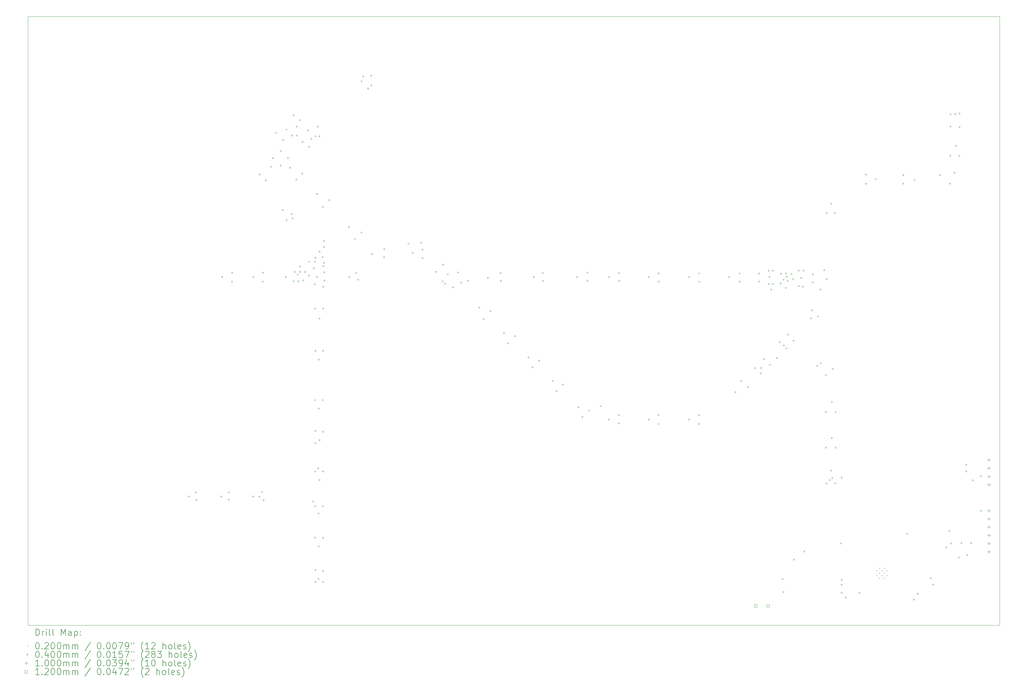
<source format=gbr>
%TF.GenerationSoftware,KiCad,Pcbnew,7.0.1*%
%TF.CreationDate,2023-09-17T14:31:27-07:00*%
%TF.ProjectId,vancouver-skytrain-pcb,76616e63-6f75-4766-9572-2d736b797472,rev?*%
%TF.SameCoordinates,Original*%
%TF.FileFunction,Drillmap*%
%TF.FilePolarity,Positive*%
%FSLAX45Y45*%
G04 Gerber Fmt 4.5, Leading zero omitted, Abs format (unit mm)*
G04 Created by KiCad (PCBNEW 7.0.1) date 2023-09-17 14:31:27*
%MOMM*%
%LPD*%
G01*
G04 APERTURE LIST*
%ADD10C,0.100000*%
%ADD11C,0.200000*%
%ADD12C,0.020000*%
%ADD13C,0.040000*%
%ADD14C,0.120000*%
G04 APERTURE END LIST*
D10*
X1200000Y-1200000D02*
X31200000Y-1200000D01*
X31200000Y-20000000D01*
X1200000Y-20000000D01*
X1200000Y-1200000D01*
D11*
D12*
X27405500Y-18305750D02*
X27425500Y-18325750D01*
X27425500Y-18305750D02*
X27405500Y-18325750D01*
X27405500Y-18458250D02*
X27425500Y-18478250D01*
X27425500Y-18458250D02*
X27405500Y-18478250D01*
X27481750Y-18229500D02*
X27501750Y-18249500D01*
X27501750Y-18229500D02*
X27481750Y-18249500D01*
X27481750Y-18382000D02*
X27501750Y-18402000D01*
X27501750Y-18382000D02*
X27481750Y-18402000D01*
X27481750Y-18534500D02*
X27501750Y-18554500D01*
X27501750Y-18534500D02*
X27481750Y-18554500D01*
X27558000Y-18305750D02*
X27578000Y-18325750D01*
X27578000Y-18305750D02*
X27558000Y-18325750D01*
X27558000Y-18458250D02*
X27578000Y-18478250D01*
X27578000Y-18458250D02*
X27558000Y-18478250D01*
X27634250Y-18229500D02*
X27654250Y-18249500D01*
X27654250Y-18229500D02*
X27634250Y-18249500D01*
X27634250Y-18382000D02*
X27654250Y-18402000D01*
X27654250Y-18382000D02*
X27634250Y-18402000D01*
X27634250Y-18534500D02*
X27654250Y-18554500D01*
X27654250Y-18534500D02*
X27634250Y-18554500D01*
X27710500Y-18305750D02*
X27730500Y-18325750D01*
X27730500Y-18305750D02*
X27710500Y-18325750D01*
X27710500Y-18458250D02*
X27730500Y-18478250D01*
X27730500Y-18458250D02*
X27710500Y-18478250D01*
D13*
X6185000Y-16025000D02*
G75*
G03*
X6185000Y-16025000I-20000J0D01*
G01*
X6395000Y-15900000D02*
G75*
G03*
X6395000Y-15900000I-20000J0D01*
G01*
X6420000Y-16136950D02*
G75*
G03*
X6420000Y-16136950I-20000J0D01*
G01*
X7190000Y-16025000D02*
G75*
G03*
X7190000Y-16025000I-20000J0D01*
G01*
X7215000Y-9250000D02*
G75*
G03*
X7215000Y-9250000I-20000J0D01*
G01*
X7420000Y-15897550D02*
G75*
G03*
X7420000Y-15897550I-20000J0D01*
G01*
X7420000Y-16125000D02*
G75*
G03*
X7420000Y-16125000I-20000J0D01*
G01*
X7520000Y-9388550D02*
G75*
G03*
X7520000Y-9388550I-20000J0D01*
G01*
X7523000Y-9111450D02*
G75*
G03*
X7523000Y-9111450I-20000J0D01*
G01*
X8170000Y-16025000D02*
G75*
G03*
X8170000Y-16025000I-20000J0D01*
G01*
X8182500Y-9250000D02*
G75*
G03*
X8182500Y-9250000I-20000J0D01*
G01*
X8363000Y-16032950D02*
G75*
G03*
X8363000Y-16032950I-20000J0D01*
G01*
X8372000Y-6080000D02*
G75*
G03*
X8372000Y-6080000I-20000J0D01*
G01*
X8445000Y-15886450D02*
G75*
G03*
X8445000Y-15886450I-20000J0D01*
G01*
X8469000Y-9388550D02*
G75*
G03*
X8469000Y-9388550I-20000J0D01*
G01*
X8474000Y-9111450D02*
G75*
G03*
X8474000Y-9111450I-20000J0D01*
G01*
X8493931Y-16137931D02*
G75*
G03*
X8493931Y-16137931I-20000J0D01*
G01*
X8562001Y-6262861D02*
G75*
G03*
X8562001Y-6262861I-20000J0D01*
G01*
X8721000Y-5839000D02*
G75*
G03*
X8721000Y-5839000I-20000J0D01*
G01*
X8783155Y-5575000D02*
G75*
G03*
X8783155Y-5575000I-20000J0D01*
G01*
X8872000Y-4794000D02*
G75*
G03*
X8872000Y-4794000I-20000J0D01*
G01*
X9020000Y-5350000D02*
G75*
G03*
X9020000Y-5350000I-20000J0D01*
G01*
X9020000Y-5800000D02*
G75*
G03*
X9020000Y-5800000I-20000J0D01*
G01*
X9083770Y-7176230D02*
G75*
G03*
X9083770Y-7176230I-20000J0D01*
G01*
X9094000Y-5010000D02*
G75*
G03*
X9094000Y-5010000I-20000J0D01*
G01*
X9182500Y-9250000D02*
G75*
G03*
X9182500Y-9250000I-20000J0D01*
G01*
X9202604Y-4692396D02*
G75*
G03*
X9202604Y-4692396I-20000J0D01*
G01*
X9204295Y-7490705D02*
G75*
G03*
X9204295Y-7490705I-20000J0D01*
G01*
X9245000Y-5575000D02*
G75*
G03*
X9245000Y-5575000I-20000J0D01*
G01*
X9314000Y-5868000D02*
G75*
G03*
X9314000Y-5868000I-20000J0D01*
G01*
X9359702Y-7302450D02*
G75*
G03*
X9359702Y-7302450I-20000J0D01*
G01*
X9370000Y-4875000D02*
G75*
G03*
X9370000Y-4875000I-20000J0D01*
G01*
X9391094Y-7432274D02*
G75*
G03*
X9391094Y-7432274I-20000J0D01*
G01*
X9418770Y-4248770D02*
G75*
G03*
X9418770Y-4248770I-20000J0D01*
G01*
X9420000Y-9375000D02*
G75*
G03*
X9420000Y-9375000I-20000J0D01*
G01*
X9458313Y-9086450D02*
G75*
G03*
X9458313Y-9086450I-20000J0D01*
G01*
X9504274Y-6232726D02*
G75*
G03*
X9504274Y-6232726I-20000J0D01*
G01*
X9520000Y-4600000D02*
G75*
G03*
X9520000Y-4600000I-20000J0D01*
G01*
X9520000Y-4875000D02*
G75*
G03*
X9520000Y-4875000I-20000J0D01*
G01*
X9547550Y-9172500D02*
G75*
G03*
X9547550Y-9172500I-20000J0D01*
G01*
X9568000Y-9379000D02*
G75*
G03*
X9568000Y-9379000I-20000J0D01*
G01*
X9618770Y-4401230D02*
G75*
G03*
X9618770Y-4401230I-20000J0D01*
G01*
X9620000Y-8916550D02*
G75*
G03*
X9620000Y-8916550I-20000J0D01*
G01*
X9620000Y-9086450D02*
G75*
G03*
X9620000Y-9086450I-20000J0D01*
G01*
X9688726Y-6045274D02*
G75*
G03*
X9688726Y-6045274I-20000J0D01*
G01*
X9695000Y-5075000D02*
G75*
G03*
X9695000Y-5075000I-20000J0D01*
G01*
X9720000Y-9351500D02*
G75*
G03*
X9720000Y-9351500I-20000J0D01*
G01*
X9774000Y-9086450D02*
G75*
G03*
X9774000Y-9086450I-20000J0D01*
G01*
X9870000Y-4725000D02*
G75*
G03*
X9870000Y-4725000I-20000J0D01*
G01*
X9895000Y-5225000D02*
G75*
G03*
X9895000Y-5225000I-20000J0D01*
G01*
X9895000Y-8775000D02*
G75*
G03*
X9895000Y-8775000I-20000J0D01*
G01*
X9895000Y-9202550D02*
G75*
G03*
X9895000Y-9202550I-20000J0D01*
G01*
X9970000Y-4975000D02*
G75*
G03*
X9970000Y-4975000I-20000J0D01*
G01*
X10021000Y-16180000D02*
G75*
G03*
X10021000Y-16180000I-20000J0D01*
G01*
X10045000Y-8975000D02*
G75*
G03*
X10045000Y-8975000I-20000J0D01*
G01*
X10075619Y-9471841D02*
G75*
G03*
X10075619Y-9471841I-20000J0D01*
G01*
X10079950Y-8775000D02*
G75*
G03*
X10079950Y-8775000I-20000J0D01*
G01*
X10079950Y-17296378D02*
G75*
G03*
X10079950Y-17296378I-20000J0D01*
G01*
X10081450Y-10219000D02*
G75*
G03*
X10081450Y-10219000I-20000J0D01*
G01*
X10083050Y-13050000D02*
G75*
G03*
X10083050Y-13050000I-20000J0D01*
G01*
X10090050Y-15250000D02*
G75*
G03*
X10090050Y-15250000I-20000J0D01*
G01*
X10090050Y-16325000D02*
G75*
G03*
X10090050Y-16325000I-20000J0D01*
G01*
X10095000Y-4900000D02*
G75*
G03*
X10095000Y-4900000I-20000J0D01*
G01*
X10095000Y-11525000D02*
G75*
G03*
X10095000Y-11525000I-20000J0D01*
G01*
X10095000Y-14000000D02*
G75*
G03*
X10095000Y-14000000I-20000J0D01*
G01*
X10095000Y-18300000D02*
G75*
G03*
X10095000Y-18300000I-20000J0D01*
G01*
X10095319Y-8651819D02*
G75*
G03*
X10095319Y-8651819I-20000J0D01*
G01*
X10096069Y-14378931D02*
G75*
G03*
X10096069Y-14378931I-20000J0D01*
G01*
X10098103Y-18661965D02*
G75*
G03*
X10098103Y-18661965I-20000J0D01*
G01*
X10139500Y-9244500D02*
G75*
G03*
X10139500Y-9244500I-20000J0D01*
G01*
X10145000Y-6675000D02*
G75*
G03*
X10145000Y-6675000I-20000J0D01*
G01*
X10170000Y-4600000D02*
G75*
G03*
X10170000Y-4600000I-20000J0D01*
G01*
X10179180Y-15160799D02*
G75*
G03*
X10179180Y-15160799I-20000J0D01*
G01*
X10195000Y-11795000D02*
G75*
G03*
X10195000Y-11795000I-20000J0D01*
G01*
X10195000Y-13312500D02*
G75*
G03*
X10195000Y-13312500I-20000J0D01*
G01*
X10195000Y-16550000D02*
G75*
G03*
X10195000Y-16550000I-20000J0D01*
G01*
X10195000Y-17562500D02*
G75*
G03*
X10195000Y-17562500I-20000J0D01*
G01*
X10195000Y-18567500D02*
G75*
G03*
X10195000Y-18567500I-20000J0D01*
G01*
X10220000Y-4900000D02*
G75*
G03*
X10220000Y-4900000I-20000J0D01*
G01*
X10220000Y-8460000D02*
G75*
G03*
X10220000Y-8460000I-20000J0D01*
G01*
X10220000Y-10530000D02*
G75*
G03*
X10220000Y-10530000I-20000J0D01*
G01*
X10220000Y-14287500D02*
G75*
G03*
X10220000Y-14287500I-20000J0D01*
G01*
X10220000Y-15517500D02*
G75*
G03*
X10220000Y-15517500I-20000J0D01*
G01*
X10317450Y-8629549D02*
G75*
G03*
X10317450Y-8629549I-20000J0D01*
G01*
X10320000Y-13050000D02*
G75*
G03*
X10320000Y-13050000I-20000J0D01*
G01*
X10324950Y-16325000D02*
G75*
G03*
X10324950Y-16325000I-20000J0D01*
G01*
X10327069Y-7086931D02*
G75*
G03*
X10327069Y-7086931I-20000J0D01*
G01*
X10331950Y-15250000D02*
G75*
G03*
X10331950Y-15250000I-20000J0D01*
G01*
X10331950Y-17300000D02*
G75*
G03*
X10331950Y-17300000I-20000J0D01*
G01*
X10331950Y-18325000D02*
G75*
G03*
X10331950Y-18325000I-20000J0D01*
G01*
X10333406Y-18669456D02*
G75*
G03*
X10333406Y-18669456I-20000J0D01*
G01*
X10333550Y-9550000D02*
G75*
G03*
X10333550Y-9550000I-20000J0D01*
G01*
X10333550Y-10217000D02*
G75*
G03*
X10333550Y-10217000I-20000J0D01*
G01*
X10333550Y-11525000D02*
G75*
G03*
X10333550Y-11525000I-20000J0D01*
G01*
X10333550Y-14025000D02*
G75*
G03*
X10333550Y-14025000I-20000J0D01*
G01*
X10340241Y-8908241D02*
G75*
G03*
X10340241Y-8908241I-20000J0D01*
G01*
X10357000Y-8318000D02*
G75*
G03*
X10357000Y-8318000I-20000J0D01*
G01*
X10358550Y-8809982D02*
G75*
G03*
X10358550Y-8809982I-20000J0D01*
G01*
X10360000Y-8125000D02*
G75*
G03*
X10360000Y-8125000I-20000J0D01*
G01*
X10370000Y-9354950D02*
G75*
G03*
X10370000Y-9354950I-20000J0D01*
G01*
X10370319Y-9100319D02*
G75*
G03*
X10370319Y-9100319I-20000J0D01*
G01*
X10520431Y-6870569D02*
G75*
G03*
X10520431Y-6870569I-20000J0D01*
G01*
X11128450Y-7700534D02*
G75*
G03*
X11128450Y-7700534I-20000J0D01*
G01*
X11142500Y-9250000D02*
G75*
G03*
X11142500Y-9250000I-20000J0D01*
G01*
X11318274Y-8071726D02*
G75*
G03*
X11318274Y-8071726I-20000J0D01*
G01*
X11345000Y-9125000D02*
G75*
G03*
X11345000Y-9125000I-20000J0D01*
G01*
X11413385Y-9328908D02*
G75*
G03*
X11413385Y-9328908I-20000J0D01*
G01*
X11513726Y-7870274D02*
G75*
G03*
X11513726Y-7870274I-20000J0D01*
G01*
X11520000Y-3200000D02*
G75*
G03*
X11520000Y-3200000I-20000J0D01*
G01*
X11570000Y-3050000D02*
G75*
G03*
X11570000Y-3050000I-20000J0D01*
G01*
X11720000Y-3425000D02*
G75*
G03*
X11720000Y-3425000I-20000J0D01*
G01*
X11813000Y-3026000D02*
G75*
G03*
X11813000Y-3026000I-20000J0D01*
G01*
X11820000Y-3325000D02*
G75*
G03*
X11820000Y-3325000I-20000J0D01*
G01*
X11836730Y-8535730D02*
G75*
G03*
X11836730Y-8535730I-20000J0D01*
G01*
X12215000Y-8637050D02*
G75*
G03*
X12215000Y-8637050I-20000J0D01*
G01*
X12218000Y-8384950D02*
G75*
G03*
X12218000Y-8384950I-20000J0D01*
G01*
X12968136Y-8215050D02*
G75*
G03*
X12968136Y-8215050I-20000J0D01*
G01*
X13097500Y-8500000D02*
G75*
G03*
X13097500Y-8500000I-20000J0D01*
G01*
X13359931Y-8185069D02*
G75*
G03*
X13359931Y-8185069I-20000J0D01*
G01*
X13398000Y-8398000D02*
G75*
G03*
X13398000Y-8398000I-20000J0D01*
G01*
X13402069Y-8661931D02*
G75*
G03*
X13402069Y-8661931I-20000J0D01*
G01*
X13828569Y-9088431D02*
G75*
G03*
X13828569Y-9088431I-20000J0D01*
G01*
X14020000Y-9375000D02*
G75*
G03*
X14020000Y-9375000I-20000J0D01*
G01*
X14039431Y-8864569D02*
G75*
G03*
X14039431Y-8864569I-20000J0D01*
G01*
X14094467Y-9450000D02*
G75*
G03*
X14094467Y-9450000I-20000J0D01*
G01*
X14180000Y-9164896D02*
G75*
G03*
X14180000Y-9164896I-20000J0D01*
G01*
X14341000Y-9565000D02*
G75*
G03*
X14341000Y-9565000I-20000J0D01*
G01*
X14495000Y-9104950D02*
G75*
G03*
X14495000Y-9104950I-20000J0D01*
G01*
X14599000Y-9419000D02*
G75*
G03*
X14599000Y-9419000I-20000J0D01*
G01*
X14801844Y-9361706D02*
G75*
G03*
X14801844Y-9361706I-20000J0D01*
G01*
X15154824Y-10190394D02*
G75*
G03*
X15154824Y-10190394I-20000J0D01*
G01*
X15288274Y-10541726D02*
G75*
G03*
X15288274Y-10541726I-20000J0D01*
G01*
X15421114Y-9272442D02*
G75*
G03*
X15421114Y-9272442I-20000J0D01*
G01*
X15503431Y-10303569D02*
G75*
G03*
X15503431Y-10303569I-20000J0D01*
G01*
X15816000Y-9127550D02*
G75*
G03*
X15816000Y-9127550I-20000J0D01*
G01*
X15818000Y-9368550D02*
G75*
G03*
X15818000Y-9368550I-20000J0D01*
G01*
X15917448Y-10972448D02*
G75*
G03*
X15917448Y-10972448I-20000J0D01*
G01*
X16039774Y-11293226D02*
G75*
G03*
X16039774Y-11293226I-20000J0D01*
G01*
X16265726Y-11072274D02*
G75*
G03*
X16265726Y-11072274I-20000J0D01*
G01*
X16672448Y-11727448D02*
G75*
G03*
X16672448Y-11727448I-20000J0D01*
G01*
X16800569Y-12035431D02*
G75*
G03*
X16800569Y-12035431I-20000J0D01*
G01*
X16840000Y-9250000D02*
G75*
G03*
X16840000Y-9250000I-20000J0D01*
G01*
X17004931Y-11830069D02*
G75*
G03*
X17004931Y-11830069I-20000J0D01*
G01*
X17120000Y-9125000D02*
G75*
G03*
X17120000Y-9125000I-20000J0D01*
G01*
X17120000Y-9365050D02*
G75*
G03*
X17120000Y-9365050I-20000J0D01*
G01*
X17424948Y-12454948D02*
G75*
G03*
X17424948Y-12454948I-20000J0D01*
G01*
X17538774Y-12767226D02*
G75*
G03*
X17538774Y-12767226I-20000J0D01*
G01*
X17739726Y-12571274D02*
G75*
G03*
X17739726Y-12571274I-20000J0D01*
G01*
X18172500Y-9250000D02*
G75*
G03*
X18172500Y-9250000I-20000J0D01*
G01*
X18216250Y-13271250D02*
G75*
G03*
X18216250Y-13271250I-20000J0D01*
G01*
X18339274Y-13567726D02*
G75*
G03*
X18339274Y-13567726I-20000J0D01*
G01*
X18494000Y-9363550D02*
G75*
G03*
X18494000Y-9363550I-20000J0D01*
G01*
X18497000Y-9111450D02*
G75*
G03*
X18497000Y-9111450I-20000J0D01*
G01*
X18540726Y-13372274D02*
G75*
G03*
X18540726Y-13372274I-20000J0D01*
G01*
X18904000Y-13235000D02*
G75*
G03*
X18904000Y-13235000I-20000J0D01*
G01*
X19160000Y-13650000D02*
G75*
G03*
X19160000Y-13650000I-20000J0D01*
G01*
X19162500Y-9250000D02*
G75*
G03*
X19162500Y-9250000I-20000J0D01*
G01*
X19466000Y-13511450D02*
G75*
G03*
X19466000Y-13511450I-20000J0D01*
G01*
X19466000Y-13767450D02*
G75*
G03*
X19466000Y-13767450I-20000J0D01*
G01*
X19472000Y-9127550D02*
G75*
G03*
X19472000Y-9127550I-20000J0D01*
G01*
X19474000Y-9367550D02*
G75*
G03*
X19474000Y-9367550I-20000J0D01*
G01*
X20390000Y-9250000D02*
G75*
G03*
X20390000Y-9250000I-20000J0D01*
G01*
X20390000Y-13650000D02*
G75*
G03*
X20390000Y-13650000I-20000J0D01*
G01*
X20690000Y-13787050D02*
G75*
G03*
X20690000Y-13787050I-20000J0D01*
G01*
X20691000Y-13511450D02*
G75*
G03*
X20691000Y-13511450I-20000J0D01*
G01*
X20694000Y-9137550D02*
G75*
G03*
X20694000Y-9137550I-20000J0D01*
G01*
X20695000Y-9388550D02*
G75*
G03*
X20695000Y-9388550I-20000J0D01*
G01*
X21632500Y-9250000D02*
G75*
G03*
X21632500Y-9250000I-20000J0D01*
G01*
X21632500Y-13650000D02*
G75*
G03*
X21632500Y-13650000I-20000J0D01*
G01*
X21940000Y-13787050D02*
G75*
G03*
X21940000Y-13787050I-20000J0D01*
G01*
X21941000Y-13514000D02*
G75*
G03*
X21941000Y-13514000I-20000J0D01*
G01*
X21942000Y-9138050D02*
G75*
G03*
X21942000Y-9138050I-20000J0D01*
G01*
X21948000Y-9388550D02*
G75*
G03*
X21948000Y-9388550I-20000J0D01*
G01*
X22870000Y-9250000D02*
G75*
G03*
X22870000Y-9250000I-20000J0D01*
G01*
X23067385Y-12803080D02*
G75*
G03*
X23067385Y-12803080I-20000J0D01*
G01*
X23196000Y-9138050D02*
G75*
G03*
X23196000Y-9138050I-20000J0D01*
G01*
X23196000Y-9388550D02*
G75*
G03*
X23196000Y-9388550I-20000J0D01*
G01*
X23244274Y-12452274D02*
G75*
G03*
X23244274Y-12452274I-20000J0D01*
G01*
X23447726Y-12645726D02*
G75*
G03*
X23447726Y-12645726I-20000J0D01*
G01*
X23677520Y-12057520D02*
G75*
G03*
X23677520Y-12057520I-20000J0D01*
G01*
X23794000Y-9138050D02*
G75*
G03*
X23794000Y-9138050I-20000J0D01*
G01*
X23798000Y-9388550D02*
G75*
G03*
X23798000Y-9388550I-20000J0D01*
G01*
X23846230Y-12226230D02*
G75*
G03*
X23846230Y-12226230I-20000J0D01*
G01*
X23861630Y-12055050D02*
G75*
G03*
X23861630Y-12055050I-20000J0D01*
G01*
X23945000Y-11775000D02*
G75*
G03*
X23945000Y-11775000I-20000J0D01*
G01*
X24095000Y-9050000D02*
G75*
G03*
X24095000Y-9050000I-20000J0D01*
G01*
X24095000Y-9465050D02*
G75*
G03*
X24095000Y-9465050I-20000J0D01*
G01*
X24120000Y-9250000D02*
G75*
G03*
X24120000Y-9250000I-20000J0D01*
G01*
X24127376Y-11957376D02*
G75*
G03*
X24127376Y-11957376I-20000J0D01*
G01*
X24170000Y-9634950D02*
G75*
G03*
X24170000Y-9634950I-20000J0D01*
G01*
X24219431Y-9049431D02*
G75*
G03*
X24219431Y-9049431I-20000J0D01*
G01*
X24220000Y-9465050D02*
G75*
G03*
X24220000Y-9465050I-20000J0D01*
G01*
X24344218Y-11749234D02*
G75*
G03*
X24344218Y-11749234I-20000J0D01*
G01*
X24430069Y-11260069D02*
G75*
G03*
X24430069Y-11260069I-20000J0D01*
G01*
X24463000Y-9441050D02*
G75*
G03*
X24463000Y-9441050I-20000J0D01*
G01*
X24470000Y-9138050D02*
G75*
G03*
X24470000Y-9138050I-20000J0D01*
G01*
X24520000Y-18575000D02*
G75*
G03*
X24520000Y-18575000I-20000J0D01*
G01*
X24545000Y-9325000D02*
G75*
G03*
X24545000Y-9325000I-20000J0D01*
G01*
X24545000Y-18975000D02*
G75*
G03*
X24545000Y-18975000I-20000J0D01*
G01*
X24557535Y-11362465D02*
G75*
G03*
X24557535Y-11362465I-20000J0D01*
G01*
X24620000Y-9136450D02*
G75*
G03*
X24620000Y-9136450I-20000J0D01*
G01*
X24620000Y-9583450D02*
G75*
G03*
X24620000Y-9583450I-20000J0D01*
G01*
X24645000Y-11450000D02*
G75*
G03*
X24645000Y-11450000I-20000J0D01*
G01*
X24647157Y-9232640D02*
G75*
G03*
X24647157Y-9232640I-20000J0D01*
G01*
X24683000Y-9371000D02*
G75*
G03*
X24683000Y-9371000I-20000J0D01*
G01*
X24695000Y-11025000D02*
G75*
G03*
X24695000Y-11025000I-20000J0D01*
G01*
X24795000Y-9150000D02*
G75*
G03*
X24795000Y-9150000I-20000J0D01*
G01*
X24845000Y-9312050D02*
G75*
G03*
X24845000Y-9312050I-20000J0D01*
G01*
X24860705Y-11215705D02*
G75*
G03*
X24860705Y-11215705I-20000J0D01*
G01*
X24870000Y-17975000D02*
G75*
G03*
X24870000Y-17975000I-20000J0D01*
G01*
X25020000Y-9050000D02*
G75*
G03*
X25020000Y-9050000I-20000J0D01*
G01*
X25020000Y-9525000D02*
G75*
G03*
X25020000Y-9525000I-20000J0D01*
G01*
X25095000Y-9275000D02*
G75*
G03*
X25095000Y-9275000I-20000J0D01*
G01*
X25145000Y-9540050D02*
G75*
G03*
X25145000Y-9540050I-20000J0D01*
G01*
X25170000Y-9050000D02*
G75*
G03*
X25170000Y-9050000I-20000J0D01*
G01*
X25193500Y-17725000D02*
G75*
G03*
X25193500Y-17725000I-20000J0D01*
G01*
X25395000Y-10522758D02*
G75*
G03*
X25395000Y-10522758I-20000J0D01*
G01*
X25431867Y-10275000D02*
G75*
G03*
X25431867Y-10275000I-20000J0D01*
G01*
X25452000Y-9415050D02*
G75*
G03*
X25452000Y-9415050I-20000J0D01*
G01*
X25453000Y-9163000D02*
G75*
G03*
X25453000Y-9163000I-20000J0D01*
G01*
X25595000Y-11987396D02*
G75*
G03*
X25595000Y-11987396I-20000J0D01*
G01*
X25616044Y-10463133D02*
G75*
G03*
X25616044Y-10463133I-20000J0D01*
G01*
X25692000Y-9635000D02*
G75*
G03*
X25692000Y-9635000I-20000J0D01*
G01*
X25702000Y-11906950D02*
G75*
G03*
X25702000Y-11906950I-20000J0D01*
G01*
X25805069Y-9035069D02*
G75*
G03*
X25805069Y-9035069I-20000J0D01*
G01*
X25854931Y-12279096D02*
G75*
G03*
X25854931Y-12279096I-20000J0D01*
G01*
X25856450Y-13418000D02*
G75*
G03*
X25856450Y-13418000I-20000J0D01*
G01*
X25856450Y-14521000D02*
G75*
G03*
X25856450Y-14521000I-20000J0D01*
G01*
X25876000Y-15623000D02*
G75*
G03*
X25876000Y-15623000I-20000J0D01*
G01*
X25881450Y-7272000D02*
G75*
G03*
X25881450Y-7272000I-20000J0D01*
G01*
X25884656Y-9306207D02*
G75*
G03*
X25884656Y-9306207I-20000J0D01*
G01*
X25980038Y-15517050D02*
G75*
G03*
X25980038Y-15517050I-20000J0D01*
G01*
X26018713Y-15225000D02*
G75*
G03*
X26018713Y-15225000I-20000J0D01*
G01*
X26020000Y-6982500D02*
G75*
G03*
X26020000Y-6982500I-20000J0D01*
G01*
X26037680Y-14222639D02*
G75*
G03*
X26037680Y-14222639I-20000J0D01*
G01*
X26043770Y-13101230D02*
G75*
G03*
X26043770Y-13101230I-20000J0D01*
G01*
X26059726Y-15456717D02*
G75*
G03*
X26059726Y-15456717I-20000J0D01*
G01*
X26073000Y-12082000D02*
G75*
G03*
X26073000Y-12082000I-20000J0D01*
G01*
X26133550Y-7274000D02*
G75*
G03*
X26133550Y-7274000I-20000J0D01*
G01*
X26151000Y-15622000D02*
G75*
G03*
X26151000Y-15622000I-20000J0D01*
G01*
X26158550Y-13422000D02*
G75*
G03*
X26158550Y-13422000I-20000J0D01*
G01*
X26158550Y-14521000D02*
G75*
G03*
X26158550Y-14521000I-20000J0D01*
G01*
X26320000Y-17475000D02*
G75*
G03*
X26320000Y-17475000I-20000J0D01*
G01*
X26345000Y-15444550D02*
G75*
G03*
X26345000Y-15444550I-20000J0D01*
G01*
X26345000Y-18600000D02*
G75*
G03*
X26345000Y-18600000I-20000J0D01*
G01*
X26345000Y-18750000D02*
G75*
G03*
X26345000Y-18750000I-20000J0D01*
G01*
X26345000Y-19000000D02*
G75*
G03*
X26345000Y-19000000I-20000J0D01*
G01*
X26470000Y-19150000D02*
G75*
G03*
X26470000Y-19150000I-20000J0D01*
G01*
X26895000Y-19004000D02*
G75*
G03*
X26895000Y-19004000I-20000J0D01*
G01*
X27096000Y-6084950D02*
G75*
G03*
X27096000Y-6084950I-20000J0D01*
G01*
X27099000Y-6365050D02*
G75*
G03*
X27099000Y-6365050I-20000J0D01*
G01*
X27397500Y-6225000D02*
G75*
G03*
X27397500Y-6225000I-20000J0D01*
G01*
X28247000Y-6363550D02*
G75*
G03*
X28247000Y-6363550I-20000J0D01*
G01*
X28248000Y-6095000D02*
G75*
G03*
X28248000Y-6095000I-20000J0D01*
G01*
X28370000Y-17175000D02*
G75*
G03*
X28370000Y-17175000I-20000J0D01*
G01*
X28574000Y-19211000D02*
G75*
G03*
X28574000Y-19211000I-20000J0D01*
G01*
X28600425Y-6242885D02*
G75*
G03*
X28600425Y-6242885I-20000J0D01*
G01*
X28695000Y-19025000D02*
G75*
G03*
X28695000Y-19025000I-20000J0D01*
G01*
X29095000Y-18550000D02*
G75*
G03*
X29095000Y-18550000I-20000J0D01*
G01*
X29170000Y-18750000D02*
G75*
G03*
X29170000Y-18750000I-20000J0D01*
G01*
X29382000Y-6097000D02*
G75*
G03*
X29382000Y-6097000I-20000J0D01*
G01*
X29575000Y-17595000D02*
G75*
G03*
X29575000Y-17595000I-20000J0D01*
G01*
X29676000Y-17091000D02*
G75*
G03*
X29676000Y-17091000I-20000J0D01*
G01*
X29686000Y-6363550D02*
G75*
G03*
X29686000Y-6363550I-20000J0D01*
G01*
X29704950Y-5498000D02*
G75*
G03*
X29704950Y-5498000I-20000J0D01*
G01*
X29706450Y-4220000D02*
G75*
G03*
X29706450Y-4220000I-20000J0D01*
G01*
X29706450Y-4594000D02*
G75*
G03*
X29706450Y-4594000I-20000J0D01*
G01*
X29720000Y-17475000D02*
G75*
G03*
X29720000Y-17475000I-20000J0D01*
G01*
X29830050Y-6019910D02*
G75*
G03*
X29830050Y-6019910I-20000J0D01*
G01*
X29855000Y-4209000D02*
G75*
G03*
X29855000Y-4209000I-20000J0D01*
G01*
X29870000Y-5195000D02*
G75*
G03*
X29870000Y-5195000I-20000J0D01*
G01*
X29971500Y-17910000D02*
G75*
G03*
X29971500Y-17910000I-20000J0D01*
G01*
X29983550Y-4613910D02*
G75*
G03*
X29983550Y-4613910I-20000J0D01*
G01*
X29983550Y-5498000D02*
G75*
G03*
X29983550Y-5498000I-20000J0D01*
G01*
X29985050Y-4192069D02*
G75*
G03*
X29985050Y-4192069I-20000J0D01*
G01*
X30045000Y-17460000D02*
G75*
G03*
X30045000Y-17460000I-20000J0D01*
G01*
X30195000Y-15050000D02*
G75*
G03*
X30195000Y-15050000I-20000J0D01*
G01*
X30195000Y-15250000D02*
G75*
G03*
X30195000Y-15250000I-20000J0D01*
G01*
X30221500Y-17835000D02*
G75*
G03*
X30221500Y-17835000I-20000J0D01*
G01*
X30346500Y-17460000D02*
G75*
G03*
X30346500Y-17460000I-20000J0D01*
G01*
X30395000Y-15525000D02*
G75*
G03*
X30395000Y-15525000I-20000J0D01*
G01*
X30645000Y-15400000D02*
G75*
G03*
X30645000Y-15400000I-20000J0D01*
G01*
X30649000Y-16465000D02*
G75*
G03*
X30649000Y-16465000I-20000J0D01*
G01*
D10*
X30875000Y-14845000D02*
X30875000Y-14945000D01*
X30825000Y-14895000D02*
X30925000Y-14895000D01*
X30875000Y-15099000D02*
X30875000Y-15199000D01*
X30825000Y-15149000D02*
X30925000Y-15149000D01*
X30875000Y-15353000D02*
X30875000Y-15453000D01*
X30825000Y-15403000D02*
X30925000Y-15403000D01*
X30875000Y-15607000D02*
X30875000Y-15707000D01*
X30825000Y-15657000D02*
X30925000Y-15657000D01*
X30875000Y-16415000D02*
X30875000Y-16515000D01*
X30825000Y-16465000D02*
X30925000Y-16465000D01*
X30875000Y-16669000D02*
X30875000Y-16769000D01*
X30825000Y-16719000D02*
X30925000Y-16719000D01*
X30875000Y-16923000D02*
X30875000Y-17023000D01*
X30825000Y-16973000D02*
X30925000Y-16973000D01*
X30875000Y-17177000D02*
X30875000Y-17277000D01*
X30825000Y-17227000D02*
X30925000Y-17227000D01*
X30875000Y-17431000D02*
X30875000Y-17531000D01*
X30825000Y-17481000D02*
X30925000Y-17481000D01*
X30875000Y-17685000D02*
X30875000Y-17785000D01*
X30825000Y-17735000D02*
X30925000Y-17735000D01*
D14*
X23711427Y-19442427D02*
X23711427Y-19357573D01*
X23626573Y-19357573D01*
X23626573Y-19442427D01*
X23711427Y-19442427D01*
X24092427Y-19442427D02*
X24092427Y-19357573D01*
X24007573Y-19357573D01*
X24007573Y-19442427D01*
X24092427Y-19442427D01*
D11*
X1442619Y-20317524D02*
X1442619Y-20117524D01*
X1442619Y-20117524D02*
X1490238Y-20117524D01*
X1490238Y-20117524D02*
X1518809Y-20127048D01*
X1518809Y-20127048D02*
X1537857Y-20146095D01*
X1537857Y-20146095D02*
X1547381Y-20165143D01*
X1547381Y-20165143D02*
X1556905Y-20203238D01*
X1556905Y-20203238D02*
X1556905Y-20231810D01*
X1556905Y-20231810D02*
X1547381Y-20269905D01*
X1547381Y-20269905D02*
X1537857Y-20288952D01*
X1537857Y-20288952D02*
X1518809Y-20308000D01*
X1518809Y-20308000D02*
X1490238Y-20317524D01*
X1490238Y-20317524D02*
X1442619Y-20317524D01*
X1642619Y-20317524D02*
X1642619Y-20184190D01*
X1642619Y-20222286D02*
X1652143Y-20203238D01*
X1652143Y-20203238D02*
X1661667Y-20193714D01*
X1661667Y-20193714D02*
X1680714Y-20184190D01*
X1680714Y-20184190D02*
X1699762Y-20184190D01*
X1766428Y-20317524D02*
X1766428Y-20184190D01*
X1766428Y-20117524D02*
X1756905Y-20127048D01*
X1756905Y-20127048D02*
X1766428Y-20136571D01*
X1766428Y-20136571D02*
X1775952Y-20127048D01*
X1775952Y-20127048D02*
X1766428Y-20117524D01*
X1766428Y-20117524D02*
X1766428Y-20136571D01*
X1890238Y-20317524D02*
X1871190Y-20308000D01*
X1871190Y-20308000D02*
X1861667Y-20288952D01*
X1861667Y-20288952D02*
X1861667Y-20117524D01*
X1995000Y-20317524D02*
X1975952Y-20308000D01*
X1975952Y-20308000D02*
X1966428Y-20288952D01*
X1966428Y-20288952D02*
X1966428Y-20117524D01*
X2223571Y-20317524D02*
X2223571Y-20117524D01*
X2223571Y-20117524D02*
X2290238Y-20260381D01*
X2290238Y-20260381D02*
X2356905Y-20117524D01*
X2356905Y-20117524D02*
X2356905Y-20317524D01*
X2537857Y-20317524D02*
X2537857Y-20212762D01*
X2537857Y-20212762D02*
X2528333Y-20193714D01*
X2528333Y-20193714D02*
X2509286Y-20184190D01*
X2509286Y-20184190D02*
X2471190Y-20184190D01*
X2471190Y-20184190D02*
X2452143Y-20193714D01*
X2537857Y-20308000D02*
X2518810Y-20317524D01*
X2518810Y-20317524D02*
X2471190Y-20317524D01*
X2471190Y-20317524D02*
X2452143Y-20308000D01*
X2452143Y-20308000D02*
X2442619Y-20288952D01*
X2442619Y-20288952D02*
X2442619Y-20269905D01*
X2442619Y-20269905D02*
X2452143Y-20250857D01*
X2452143Y-20250857D02*
X2471190Y-20241333D01*
X2471190Y-20241333D02*
X2518810Y-20241333D01*
X2518810Y-20241333D02*
X2537857Y-20231810D01*
X2633095Y-20184190D02*
X2633095Y-20384190D01*
X2633095Y-20193714D02*
X2652143Y-20184190D01*
X2652143Y-20184190D02*
X2690238Y-20184190D01*
X2690238Y-20184190D02*
X2709286Y-20193714D01*
X2709286Y-20193714D02*
X2718810Y-20203238D01*
X2718810Y-20203238D02*
X2728333Y-20222286D01*
X2728333Y-20222286D02*
X2728333Y-20279429D01*
X2728333Y-20279429D02*
X2718810Y-20298476D01*
X2718810Y-20298476D02*
X2709286Y-20308000D01*
X2709286Y-20308000D02*
X2690238Y-20317524D01*
X2690238Y-20317524D02*
X2652143Y-20317524D01*
X2652143Y-20317524D02*
X2633095Y-20308000D01*
X2814048Y-20298476D02*
X2823571Y-20308000D01*
X2823571Y-20308000D02*
X2814048Y-20317524D01*
X2814048Y-20317524D02*
X2804524Y-20308000D01*
X2804524Y-20308000D02*
X2814048Y-20298476D01*
X2814048Y-20298476D02*
X2814048Y-20317524D01*
X2814048Y-20193714D02*
X2823571Y-20203238D01*
X2823571Y-20203238D02*
X2814048Y-20212762D01*
X2814048Y-20212762D02*
X2804524Y-20203238D01*
X2804524Y-20203238D02*
X2814048Y-20193714D01*
X2814048Y-20193714D02*
X2814048Y-20212762D01*
D12*
X1175000Y-20635000D02*
X1195000Y-20655000D01*
X1195000Y-20635000D02*
X1175000Y-20655000D01*
D11*
X1480714Y-20537524D02*
X1499762Y-20537524D01*
X1499762Y-20537524D02*
X1518809Y-20547048D01*
X1518809Y-20547048D02*
X1528333Y-20556571D01*
X1528333Y-20556571D02*
X1537857Y-20575619D01*
X1537857Y-20575619D02*
X1547381Y-20613714D01*
X1547381Y-20613714D02*
X1547381Y-20661333D01*
X1547381Y-20661333D02*
X1537857Y-20699429D01*
X1537857Y-20699429D02*
X1528333Y-20718476D01*
X1528333Y-20718476D02*
X1518809Y-20728000D01*
X1518809Y-20728000D02*
X1499762Y-20737524D01*
X1499762Y-20737524D02*
X1480714Y-20737524D01*
X1480714Y-20737524D02*
X1461667Y-20728000D01*
X1461667Y-20728000D02*
X1452143Y-20718476D01*
X1452143Y-20718476D02*
X1442619Y-20699429D01*
X1442619Y-20699429D02*
X1433095Y-20661333D01*
X1433095Y-20661333D02*
X1433095Y-20613714D01*
X1433095Y-20613714D02*
X1442619Y-20575619D01*
X1442619Y-20575619D02*
X1452143Y-20556571D01*
X1452143Y-20556571D02*
X1461667Y-20547048D01*
X1461667Y-20547048D02*
X1480714Y-20537524D01*
X1633095Y-20718476D02*
X1642619Y-20728000D01*
X1642619Y-20728000D02*
X1633095Y-20737524D01*
X1633095Y-20737524D02*
X1623571Y-20728000D01*
X1623571Y-20728000D02*
X1633095Y-20718476D01*
X1633095Y-20718476D02*
X1633095Y-20737524D01*
X1718809Y-20556571D02*
X1728333Y-20547048D01*
X1728333Y-20547048D02*
X1747381Y-20537524D01*
X1747381Y-20537524D02*
X1795000Y-20537524D01*
X1795000Y-20537524D02*
X1814048Y-20547048D01*
X1814048Y-20547048D02*
X1823571Y-20556571D01*
X1823571Y-20556571D02*
X1833095Y-20575619D01*
X1833095Y-20575619D02*
X1833095Y-20594667D01*
X1833095Y-20594667D02*
X1823571Y-20623238D01*
X1823571Y-20623238D02*
X1709286Y-20737524D01*
X1709286Y-20737524D02*
X1833095Y-20737524D01*
X1956905Y-20537524D02*
X1975952Y-20537524D01*
X1975952Y-20537524D02*
X1995000Y-20547048D01*
X1995000Y-20547048D02*
X2004524Y-20556571D01*
X2004524Y-20556571D02*
X2014048Y-20575619D01*
X2014048Y-20575619D02*
X2023571Y-20613714D01*
X2023571Y-20613714D02*
X2023571Y-20661333D01*
X2023571Y-20661333D02*
X2014048Y-20699429D01*
X2014048Y-20699429D02*
X2004524Y-20718476D01*
X2004524Y-20718476D02*
X1995000Y-20728000D01*
X1995000Y-20728000D02*
X1975952Y-20737524D01*
X1975952Y-20737524D02*
X1956905Y-20737524D01*
X1956905Y-20737524D02*
X1937857Y-20728000D01*
X1937857Y-20728000D02*
X1928333Y-20718476D01*
X1928333Y-20718476D02*
X1918809Y-20699429D01*
X1918809Y-20699429D02*
X1909286Y-20661333D01*
X1909286Y-20661333D02*
X1909286Y-20613714D01*
X1909286Y-20613714D02*
X1918809Y-20575619D01*
X1918809Y-20575619D02*
X1928333Y-20556571D01*
X1928333Y-20556571D02*
X1937857Y-20547048D01*
X1937857Y-20547048D02*
X1956905Y-20537524D01*
X2147381Y-20537524D02*
X2166429Y-20537524D01*
X2166429Y-20537524D02*
X2185476Y-20547048D01*
X2185476Y-20547048D02*
X2195000Y-20556571D01*
X2195000Y-20556571D02*
X2204524Y-20575619D01*
X2204524Y-20575619D02*
X2214048Y-20613714D01*
X2214048Y-20613714D02*
X2214048Y-20661333D01*
X2214048Y-20661333D02*
X2204524Y-20699429D01*
X2204524Y-20699429D02*
X2195000Y-20718476D01*
X2195000Y-20718476D02*
X2185476Y-20728000D01*
X2185476Y-20728000D02*
X2166429Y-20737524D01*
X2166429Y-20737524D02*
X2147381Y-20737524D01*
X2147381Y-20737524D02*
X2128333Y-20728000D01*
X2128333Y-20728000D02*
X2118810Y-20718476D01*
X2118810Y-20718476D02*
X2109286Y-20699429D01*
X2109286Y-20699429D02*
X2099762Y-20661333D01*
X2099762Y-20661333D02*
X2099762Y-20613714D01*
X2099762Y-20613714D02*
X2109286Y-20575619D01*
X2109286Y-20575619D02*
X2118810Y-20556571D01*
X2118810Y-20556571D02*
X2128333Y-20547048D01*
X2128333Y-20547048D02*
X2147381Y-20537524D01*
X2299762Y-20737524D02*
X2299762Y-20604190D01*
X2299762Y-20623238D02*
X2309286Y-20613714D01*
X2309286Y-20613714D02*
X2328333Y-20604190D01*
X2328333Y-20604190D02*
X2356905Y-20604190D01*
X2356905Y-20604190D02*
X2375952Y-20613714D01*
X2375952Y-20613714D02*
X2385476Y-20632762D01*
X2385476Y-20632762D02*
X2385476Y-20737524D01*
X2385476Y-20632762D02*
X2395000Y-20613714D01*
X2395000Y-20613714D02*
X2414048Y-20604190D01*
X2414048Y-20604190D02*
X2442619Y-20604190D01*
X2442619Y-20604190D02*
X2461667Y-20613714D01*
X2461667Y-20613714D02*
X2471191Y-20632762D01*
X2471191Y-20632762D02*
X2471191Y-20737524D01*
X2566429Y-20737524D02*
X2566429Y-20604190D01*
X2566429Y-20623238D02*
X2575952Y-20613714D01*
X2575952Y-20613714D02*
X2595000Y-20604190D01*
X2595000Y-20604190D02*
X2623572Y-20604190D01*
X2623572Y-20604190D02*
X2642619Y-20613714D01*
X2642619Y-20613714D02*
X2652143Y-20632762D01*
X2652143Y-20632762D02*
X2652143Y-20737524D01*
X2652143Y-20632762D02*
X2661667Y-20613714D01*
X2661667Y-20613714D02*
X2680714Y-20604190D01*
X2680714Y-20604190D02*
X2709286Y-20604190D01*
X2709286Y-20604190D02*
X2728333Y-20613714D01*
X2728333Y-20613714D02*
X2737857Y-20632762D01*
X2737857Y-20632762D02*
X2737857Y-20737524D01*
X3128333Y-20528000D02*
X2956905Y-20785143D01*
X3385476Y-20537524D02*
X3404524Y-20537524D01*
X3404524Y-20537524D02*
X3423572Y-20547048D01*
X3423572Y-20547048D02*
X3433095Y-20556571D01*
X3433095Y-20556571D02*
X3442619Y-20575619D01*
X3442619Y-20575619D02*
X3452143Y-20613714D01*
X3452143Y-20613714D02*
X3452143Y-20661333D01*
X3452143Y-20661333D02*
X3442619Y-20699429D01*
X3442619Y-20699429D02*
X3433095Y-20718476D01*
X3433095Y-20718476D02*
X3423572Y-20728000D01*
X3423572Y-20728000D02*
X3404524Y-20737524D01*
X3404524Y-20737524D02*
X3385476Y-20737524D01*
X3385476Y-20737524D02*
X3366429Y-20728000D01*
X3366429Y-20728000D02*
X3356905Y-20718476D01*
X3356905Y-20718476D02*
X3347381Y-20699429D01*
X3347381Y-20699429D02*
X3337857Y-20661333D01*
X3337857Y-20661333D02*
X3337857Y-20613714D01*
X3337857Y-20613714D02*
X3347381Y-20575619D01*
X3347381Y-20575619D02*
X3356905Y-20556571D01*
X3356905Y-20556571D02*
X3366429Y-20547048D01*
X3366429Y-20547048D02*
X3385476Y-20537524D01*
X3537857Y-20718476D02*
X3547381Y-20728000D01*
X3547381Y-20728000D02*
X3537857Y-20737524D01*
X3537857Y-20737524D02*
X3528333Y-20728000D01*
X3528333Y-20728000D02*
X3537857Y-20718476D01*
X3537857Y-20718476D02*
X3537857Y-20737524D01*
X3671191Y-20537524D02*
X3690238Y-20537524D01*
X3690238Y-20537524D02*
X3709286Y-20547048D01*
X3709286Y-20547048D02*
X3718810Y-20556571D01*
X3718810Y-20556571D02*
X3728333Y-20575619D01*
X3728333Y-20575619D02*
X3737857Y-20613714D01*
X3737857Y-20613714D02*
X3737857Y-20661333D01*
X3737857Y-20661333D02*
X3728333Y-20699429D01*
X3728333Y-20699429D02*
X3718810Y-20718476D01*
X3718810Y-20718476D02*
X3709286Y-20728000D01*
X3709286Y-20728000D02*
X3690238Y-20737524D01*
X3690238Y-20737524D02*
X3671191Y-20737524D01*
X3671191Y-20737524D02*
X3652143Y-20728000D01*
X3652143Y-20728000D02*
X3642619Y-20718476D01*
X3642619Y-20718476D02*
X3633095Y-20699429D01*
X3633095Y-20699429D02*
X3623572Y-20661333D01*
X3623572Y-20661333D02*
X3623572Y-20613714D01*
X3623572Y-20613714D02*
X3633095Y-20575619D01*
X3633095Y-20575619D02*
X3642619Y-20556571D01*
X3642619Y-20556571D02*
X3652143Y-20547048D01*
X3652143Y-20547048D02*
X3671191Y-20537524D01*
X3861667Y-20537524D02*
X3880714Y-20537524D01*
X3880714Y-20537524D02*
X3899762Y-20547048D01*
X3899762Y-20547048D02*
X3909286Y-20556571D01*
X3909286Y-20556571D02*
X3918810Y-20575619D01*
X3918810Y-20575619D02*
X3928333Y-20613714D01*
X3928333Y-20613714D02*
X3928333Y-20661333D01*
X3928333Y-20661333D02*
X3918810Y-20699429D01*
X3918810Y-20699429D02*
X3909286Y-20718476D01*
X3909286Y-20718476D02*
X3899762Y-20728000D01*
X3899762Y-20728000D02*
X3880714Y-20737524D01*
X3880714Y-20737524D02*
X3861667Y-20737524D01*
X3861667Y-20737524D02*
X3842619Y-20728000D01*
X3842619Y-20728000D02*
X3833095Y-20718476D01*
X3833095Y-20718476D02*
X3823572Y-20699429D01*
X3823572Y-20699429D02*
X3814048Y-20661333D01*
X3814048Y-20661333D02*
X3814048Y-20613714D01*
X3814048Y-20613714D02*
X3823572Y-20575619D01*
X3823572Y-20575619D02*
X3833095Y-20556571D01*
X3833095Y-20556571D02*
X3842619Y-20547048D01*
X3842619Y-20547048D02*
X3861667Y-20537524D01*
X3995000Y-20537524D02*
X4128333Y-20537524D01*
X4128333Y-20537524D02*
X4042619Y-20737524D01*
X4214048Y-20737524D02*
X4252143Y-20737524D01*
X4252143Y-20737524D02*
X4271191Y-20728000D01*
X4271191Y-20728000D02*
X4280715Y-20718476D01*
X4280715Y-20718476D02*
X4299762Y-20689905D01*
X4299762Y-20689905D02*
X4309286Y-20651810D01*
X4309286Y-20651810D02*
X4309286Y-20575619D01*
X4309286Y-20575619D02*
X4299762Y-20556571D01*
X4299762Y-20556571D02*
X4290238Y-20547048D01*
X4290238Y-20547048D02*
X4271191Y-20537524D01*
X4271191Y-20537524D02*
X4233095Y-20537524D01*
X4233095Y-20537524D02*
X4214048Y-20547048D01*
X4214048Y-20547048D02*
X4204524Y-20556571D01*
X4204524Y-20556571D02*
X4195000Y-20575619D01*
X4195000Y-20575619D02*
X4195000Y-20623238D01*
X4195000Y-20623238D02*
X4204524Y-20642286D01*
X4204524Y-20642286D02*
X4214048Y-20651810D01*
X4214048Y-20651810D02*
X4233095Y-20661333D01*
X4233095Y-20661333D02*
X4271191Y-20661333D01*
X4271191Y-20661333D02*
X4290238Y-20651810D01*
X4290238Y-20651810D02*
X4299762Y-20642286D01*
X4299762Y-20642286D02*
X4309286Y-20623238D01*
X4385476Y-20537524D02*
X4385476Y-20575619D01*
X4461667Y-20537524D02*
X4461667Y-20575619D01*
X4756905Y-20813714D02*
X4747381Y-20804190D01*
X4747381Y-20804190D02*
X4728334Y-20775619D01*
X4728334Y-20775619D02*
X4718810Y-20756571D01*
X4718810Y-20756571D02*
X4709286Y-20728000D01*
X4709286Y-20728000D02*
X4699762Y-20680381D01*
X4699762Y-20680381D02*
X4699762Y-20642286D01*
X4699762Y-20642286D02*
X4709286Y-20594667D01*
X4709286Y-20594667D02*
X4718810Y-20566095D01*
X4718810Y-20566095D02*
X4728334Y-20547048D01*
X4728334Y-20547048D02*
X4747381Y-20518476D01*
X4747381Y-20518476D02*
X4756905Y-20508952D01*
X4937857Y-20737524D02*
X4823572Y-20737524D01*
X4880715Y-20737524D02*
X4880715Y-20537524D01*
X4880715Y-20537524D02*
X4861667Y-20566095D01*
X4861667Y-20566095D02*
X4842619Y-20585143D01*
X4842619Y-20585143D02*
X4823572Y-20594667D01*
X5014048Y-20556571D02*
X5023572Y-20547048D01*
X5023572Y-20547048D02*
X5042619Y-20537524D01*
X5042619Y-20537524D02*
X5090238Y-20537524D01*
X5090238Y-20537524D02*
X5109286Y-20547048D01*
X5109286Y-20547048D02*
X5118810Y-20556571D01*
X5118810Y-20556571D02*
X5128334Y-20575619D01*
X5128334Y-20575619D02*
X5128334Y-20594667D01*
X5128334Y-20594667D02*
X5118810Y-20623238D01*
X5118810Y-20623238D02*
X5004524Y-20737524D01*
X5004524Y-20737524D02*
X5128334Y-20737524D01*
X5366429Y-20737524D02*
X5366429Y-20537524D01*
X5452143Y-20737524D02*
X5452143Y-20632762D01*
X5452143Y-20632762D02*
X5442619Y-20613714D01*
X5442619Y-20613714D02*
X5423572Y-20604190D01*
X5423572Y-20604190D02*
X5395000Y-20604190D01*
X5395000Y-20604190D02*
X5375953Y-20613714D01*
X5375953Y-20613714D02*
X5366429Y-20623238D01*
X5575953Y-20737524D02*
X5556905Y-20728000D01*
X5556905Y-20728000D02*
X5547381Y-20718476D01*
X5547381Y-20718476D02*
X5537858Y-20699429D01*
X5537858Y-20699429D02*
X5537858Y-20642286D01*
X5537858Y-20642286D02*
X5547381Y-20623238D01*
X5547381Y-20623238D02*
X5556905Y-20613714D01*
X5556905Y-20613714D02*
X5575953Y-20604190D01*
X5575953Y-20604190D02*
X5604524Y-20604190D01*
X5604524Y-20604190D02*
X5623572Y-20613714D01*
X5623572Y-20613714D02*
X5633096Y-20623238D01*
X5633096Y-20623238D02*
X5642619Y-20642286D01*
X5642619Y-20642286D02*
X5642619Y-20699429D01*
X5642619Y-20699429D02*
X5633096Y-20718476D01*
X5633096Y-20718476D02*
X5623572Y-20728000D01*
X5623572Y-20728000D02*
X5604524Y-20737524D01*
X5604524Y-20737524D02*
X5575953Y-20737524D01*
X5756905Y-20737524D02*
X5737857Y-20728000D01*
X5737857Y-20728000D02*
X5728334Y-20708952D01*
X5728334Y-20708952D02*
X5728334Y-20537524D01*
X5909286Y-20728000D02*
X5890238Y-20737524D01*
X5890238Y-20737524D02*
X5852143Y-20737524D01*
X5852143Y-20737524D02*
X5833096Y-20728000D01*
X5833096Y-20728000D02*
X5823572Y-20708952D01*
X5823572Y-20708952D02*
X5823572Y-20632762D01*
X5823572Y-20632762D02*
X5833096Y-20613714D01*
X5833096Y-20613714D02*
X5852143Y-20604190D01*
X5852143Y-20604190D02*
X5890238Y-20604190D01*
X5890238Y-20604190D02*
X5909286Y-20613714D01*
X5909286Y-20613714D02*
X5918810Y-20632762D01*
X5918810Y-20632762D02*
X5918810Y-20651810D01*
X5918810Y-20651810D02*
X5823572Y-20670857D01*
X5995000Y-20728000D02*
X6014048Y-20737524D01*
X6014048Y-20737524D02*
X6052143Y-20737524D01*
X6052143Y-20737524D02*
X6071191Y-20728000D01*
X6071191Y-20728000D02*
X6080715Y-20708952D01*
X6080715Y-20708952D02*
X6080715Y-20699429D01*
X6080715Y-20699429D02*
X6071191Y-20680381D01*
X6071191Y-20680381D02*
X6052143Y-20670857D01*
X6052143Y-20670857D02*
X6023572Y-20670857D01*
X6023572Y-20670857D02*
X6004524Y-20661333D01*
X6004524Y-20661333D02*
X5995000Y-20642286D01*
X5995000Y-20642286D02*
X5995000Y-20632762D01*
X5995000Y-20632762D02*
X6004524Y-20613714D01*
X6004524Y-20613714D02*
X6023572Y-20604190D01*
X6023572Y-20604190D02*
X6052143Y-20604190D01*
X6052143Y-20604190D02*
X6071191Y-20613714D01*
X6147381Y-20813714D02*
X6156905Y-20804190D01*
X6156905Y-20804190D02*
X6175953Y-20775619D01*
X6175953Y-20775619D02*
X6185477Y-20756571D01*
X6185477Y-20756571D02*
X6195000Y-20728000D01*
X6195000Y-20728000D02*
X6204524Y-20680381D01*
X6204524Y-20680381D02*
X6204524Y-20642286D01*
X6204524Y-20642286D02*
X6195000Y-20594667D01*
X6195000Y-20594667D02*
X6185477Y-20566095D01*
X6185477Y-20566095D02*
X6175953Y-20547048D01*
X6175953Y-20547048D02*
X6156905Y-20518476D01*
X6156905Y-20518476D02*
X6147381Y-20508952D01*
D13*
X1195000Y-20909000D02*
G75*
G03*
X1195000Y-20909000I-20000J0D01*
G01*
D11*
X1480714Y-20801524D02*
X1499762Y-20801524D01*
X1499762Y-20801524D02*
X1518809Y-20811048D01*
X1518809Y-20811048D02*
X1528333Y-20820571D01*
X1528333Y-20820571D02*
X1537857Y-20839619D01*
X1537857Y-20839619D02*
X1547381Y-20877714D01*
X1547381Y-20877714D02*
X1547381Y-20925333D01*
X1547381Y-20925333D02*
X1537857Y-20963429D01*
X1537857Y-20963429D02*
X1528333Y-20982476D01*
X1528333Y-20982476D02*
X1518809Y-20992000D01*
X1518809Y-20992000D02*
X1499762Y-21001524D01*
X1499762Y-21001524D02*
X1480714Y-21001524D01*
X1480714Y-21001524D02*
X1461667Y-20992000D01*
X1461667Y-20992000D02*
X1452143Y-20982476D01*
X1452143Y-20982476D02*
X1442619Y-20963429D01*
X1442619Y-20963429D02*
X1433095Y-20925333D01*
X1433095Y-20925333D02*
X1433095Y-20877714D01*
X1433095Y-20877714D02*
X1442619Y-20839619D01*
X1442619Y-20839619D02*
X1452143Y-20820571D01*
X1452143Y-20820571D02*
X1461667Y-20811048D01*
X1461667Y-20811048D02*
X1480714Y-20801524D01*
X1633095Y-20982476D02*
X1642619Y-20992000D01*
X1642619Y-20992000D02*
X1633095Y-21001524D01*
X1633095Y-21001524D02*
X1623571Y-20992000D01*
X1623571Y-20992000D02*
X1633095Y-20982476D01*
X1633095Y-20982476D02*
X1633095Y-21001524D01*
X1814048Y-20868190D02*
X1814048Y-21001524D01*
X1766428Y-20792000D02*
X1718809Y-20934857D01*
X1718809Y-20934857D02*
X1842619Y-20934857D01*
X1956905Y-20801524D02*
X1975952Y-20801524D01*
X1975952Y-20801524D02*
X1995000Y-20811048D01*
X1995000Y-20811048D02*
X2004524Y-20820571D01*
X2004524Y-20820571D02*
X2014048Y-20839619D01*
X2014048Y-20839619D02*
X2023571Y-20877714D01*
X2023571Y-20877714D02*
X2023571Y-20925333D01*
X2023571Y-20925333D02*
X2014048Y-20963429D01*
X2014048Y-20963429D02*
X2004524Y-20982476D01*
X2004524Y-20982476D02*
X1995000Y-20992000D01*
X1995000Y-20992000D02*
X1975952Y-21001524D01*
X1975952Y-21001524D02*
X1956905Y-21001524D01*
X1956905Y-21001524D02*
X1937857Y-20992000D01*
X1937857Y-20992000D02*
X1928333Y-20982476D01*
X1928333Y-20982476D02*
X1918809Y-20963429D01*
X1918809Y-20963429D02*
X1909286Y-20925333D01*
X1909286Y-20925333D02*
X1909286Y-20877714D01*
X1909286Y-20877714D02*
X1918809Y-20839619D01*
X1918809Y-20839619D02*
X1928333Y-20820571D01*
X1928333Y-20820571D02*
X1937857Y-20811048D01*
X1937857Y-20811048D02*
X1956905Y-20801524D01*
X2147381Y-20801524D02*
X2166429Y-20801524D01*
X2166429Y-20801524D02*
X2185476Y-20811048D01*
X2185476Y-20811048D02*
X2195000Y-20820571D01*
X2195000Y-20820571D02*
X2204524Y-20839619D01*
X2204524Y-20839619D02*
X2214048Y-20877714D01*
X2214048Y-20877714D02*
X2214048Y-20925333D01*
X2214048Y-20925333D02*
X2204524Y-20963429D01*
X2204524Y-20963429D02*
X2195000Y-20982476D01*
X2195000Y-20982476D02*
X2185476Y-20992000D01*
X2185476Y-20992000D02*
X2166429Y-21001524D01*
X2166429Y-21001524D02*
X2147381Y-21001524D01*
X2147381Y-21001524D02*
X2128333Y-20992000D01*
X2128333Y-20992000D02*
X2118810Y-20982476D01*
X2118810Y-20982476D02*
X2109286Y-20963429D01*
X2109286Y-20963429D02*
X2099762Y-20925333D01*
X2099762Y-20925333D02*
X2099762Y-20877714D01*
X2099762Y-20877714D02*
X2109286Y-20839619D01*
X2109286Y-20839619D02*
X2118810Y-20820571D01*
X2118810Y-20820571D02*
X2128333Y-20811048D01*
X2128333Y-20811048D02*
X2147381Y-20801524D01*
X2299762Y-21001524D02*
X2299762Y-20868190D01*
X2299762Y-20887238D02*
X2309286Y-20877714D01*
X2309286Y-20877714D02*
X2328333Y-20868190D01*
X2328333Y-20868190D02*
X2356905Y-20868190D01*
X2356905Y-20868190D02*
X2375952Y-20877714D01*
X2375952Y-20877714D02*
X2385476Y-20896762D01*
X2385476Y-20896762D02*
X2385476Y-21001524D01*
X2385476Y-20896762D02*
X2395000Y-20877714D01*
X2395000Y-20877714D02*
X2414048Y-20868190D01*
X2414048Y-20868190D02*
X2442619Y-20868190D01*
X2442619Y-20868190D02*
X2461667Y-20877714D01*
X2461667Y-20877714D02*
X2471191Y-20896762D01*
X2471191Y-20896762D02*
X2471191Y-21001524D01*
X2566429Y-21001524D02*
X2566429Y-20868190D01*
X2566429Y-20887238D02*
X2575952Y-20877714D01*
X2575952Y-20877714D02*
X2595000Y-20868190D01*
X2595000Y-20868190D02*
X2623572Y-20868190D01*
X2623572Y-20868190D02*
X2642619Y-20877714D01*
X2642619Y-20877714D02*
X2652143Y-20896762D01*
X2652143Y-20896762D02*
X2652143Y-21001524D01*
X2652143Y-20896762D02*
X2661667Y-20877714D01*
X2661667Y-20877714D02*
X2680714Y-20868190D01*
X2680714Y-20868190D02*
X2709286Y-20868190D01*
X2709286Y-20868190D02*
X2728333Y-20877714D01*
X2728333Y-20877714D02*
X2737857Y-20896762D01*
X2737857Y-20896762D02*
X2737857Y-21001524D01*
X3128333Y-20792000D02*
X2956905Y-21049143D01*
X3385476Y-20801524D02*
X3404524Y-20801524D01*
X3404524Y-20801524D02*
X3423572Y-20811048D01*
X3423572Y-20811048D02*
X3433095Y-20820571D01*
X3433095Y-20820571D02*
X3442619Y-20839619D01*
X3442619Y-20839619D02*
X3452143Y-20877714D01*
X3452143Y-20877714D02*
X3452143Y-20925333D01*
X3452143Y-20925333D02*
X3442619Y-20963429D01*
X3442619Y-20963429D02*
X3433095Y-20982476D01*
X3433095Y-20982476D02*
X3423572Y-20992000D01*
X3423572Y-20992000D02*
X3404524Y-21001524D01*
X3404524Y-21001524D02*
X3385476Y-21001524D01*
X3385476Y-21001524D02*
X3366429Y-20992000D01*
X3366429Y-20992000D02*
X3356905Y-20982476D01*
X3356905Y-20982476D02*
X3347381Y-20963429D01*
X3347381Y-20963429D02*
X3337857Y-20925333D01*
X3337857Y-20925333D02*
X3337857Y-20877714D01*
X3337857Y-20877714D02*
X3347381Y-20839619D01*
X3347381Y-20839619D02*
X3356905Y-20820571D01*
X3356905Y-20820571D02*
X3366429Y-20811048D01*
X3366429Y-20811048D02*
X3385476Y-20801524D01*
X3537857Y-20982476D02*
X3547381Y-20992000D01*
X3547381Y-20992000D02*
X3537857Y-21001524D01*
X3537857Y-21001524D02*
X3528333Y-20992000D01*
X3528333Y-20992000D02*
X3537857Y-20982476D01*
X3537857Y-20982476D02*
X3537857Y-21001524D01*
X3671191Y-20801524D02*
X3690238Y-20801524D01*
X3690238Y-20801524D02*
X3709286Y-20811048D01*
X3709286Y-20811048D02*
X3718810Y-20820571D01*
X3718810Y-20820571D02*
X3728333Y-20839619D01*
X3728333Y-20839619D02*
X3737857Y-20877714D01*
X3737857Y-20877714D02*
X3737857Y-20925333D01*
X3737857Y-20925333D02*
X3728333Y-20963429D01*
X3728333Y-20963429D02*
X3718810Y-20982476D01*
X3718810Y-20982476D02*
X3709286Y-20992000D01*
X3709286Y-20992000D02*
X3690238Y-21001524D01*
X3690238Y-21001524D02*
X3671191Y-21001524D01*
X3671191Y-21001524D02*
X3652143Y-20992000D01*
X3652143Y-20992000D02*
X3642619Y-20982476D01*
X3642619Y-20982476D02*
X3633095Y-20963429D01*
X3633095Y-20963429D02*
X3623572Y-20925333D01*
X3623572Y-20925333D02*
X3623572Y-20877714D01*
X3623572Y-20877714D02*
X3633095Y-20839619D01*
X3633095Y-20839619D02*
X3642619Y-20820571D01*
X3642619Y-20820571D02*
X3652143Y-20811048D01*
X3652143Y-20811048D02*
X3671191Y-20801524D01*
X3928333Y-21001524D02*
X3814048Y-21001524D01*
X3871191Y-21001524D02*
X3871191Y-20801524D01*
X3871191Y-20801524D02*
X3852143Y-20830095D01*
X3852143Y-20830095D02*
X3833095Y-20849143D01*
X3833095Y-20849143D02*
X3814048Y-20858667D01*
X4109286Y-20801524D02*
X4014048Y-20801524D01*
X4014048Y-20801524D02*
X4004524Y-20896762D01*
X4004524Y-20896762D02*
X4014048Y-20887238D01*
X4014048Y-20887238D02*
X4033095Y-20877714D01*
X4033095Y-20877714D02*
X4080714Y-20877714D01*
X4080714Y-20877714D02*
X4099762Y-20887238D01*
X4099762Y-20887238D02*
X4109286Y-20896762D01*
X4109286Y-20896762D02*
X4118810Y-20915810D01*
X4118810Y-20915810D02*
X4118810Y-20963429D01*
X4118810Y-20963429D02*
X4109286Y-20982476D01*
X4109286Y-20982476D02*
X4099762Y-20992000D01*
X4099762Y-20992000D02*
X4080714Y-21001524D01*
X4080714Y-21001524D02*
X4033095Y-21001524D01*
X4033095Y-21001524D02*
X4014048Y-20992000D01*
X4014048Y-20992000D02*
X4004524Y-20982476D01*
X4185476Y-20801524D02*
X4318810Y-20801524D01*
X4318810Y-20801524D02*
X4233095Y-21001524D01*
X4385476Y-20801524D02*
X4385476Y-20839619D01*
X4461667Y-20801524D02*
X4461667Y-20839619D01*
X4756905Y-21077714D02*
X4747381Y-21068190D01*
X4747381Y-21068190D02*
X4728334Y-21039619D01*
X4728334Y-21039619D02*
X4718810Y-21020571D01*
X4718810Y-21020571D02*
X4709286Y-20992000D01*
X4709286Y-20992000D02*
X4699762Y-20944381D01*
X4699762Y-20944381D02*
X4699762Y-20906286D01*
X4699762Y-20906286D02*
X4709286Y-20858667D01*
X4709286Y-20858667D02*
X4718810Y-20830095D01*
X4718810Y-20830095D02*
X4728334Y-20811048D01*
X4728334Y-20811048D02*
X4747381Y-20782476D01*
X4747381Y-20782476D02*
X4756905Y-20772952D01*
X4823572Y-20820571D02*
X4833096Y-20811048D01*
X4833096Y-20811048D02*
X4852143Y-20801524D01*
X4852143Y-20801524D02*
X4899762Y-20801524D01*
X4899762Y-20801524D02*
X4918810Y-20811048D01*
X4918810Y-20811048D02*
X4928334Y-20820571D01*
X4928334Y-20820571D02*
X4937857Y-20839619D01*
X4937857Y-20839619D02*
X4937857Y-20858667D01*
X4937857Y-20858667D02*
X4928334Y-20887238D01*
X4928334Y-20887238D02*
X4814048Y-21001524D01*
X4814048Y-21001524D02*
X4937857Y-21001524D01*
X5052143Y-20887238D02*
X5033096Y-20877714D01*
X5033096Y-20877714D02*
X5023572Y-20868190D01*
X5023572Y-20868190D02*
X5014048Y-20849143D01*
X5014048Y-20849143D02*
X5014048Y-20839619D01*
X5014048Y-20839619D02*
X5023572Y-20820571D01*
X5023572Y-20820571D02*
X5033096Y-20811048D01*
X5033096Y-20811048D02*
X5052143Y-20801524D01*
X5052143Y-20801524D02*
X5090238Y-20801524D01*
X5090238Y-20801524D02*
X5109286Y-20811048D01*
X5109286Y-20811048D02*
X5118810Y-20820571D01*
X5118810Y-20820571D02*
X5128334Y-20839619D01*
X5128334Y-20839619D02*
X5128334Y-20849143D01*
X5128334Y-20849143D02*
X5118810Y-20868190D01*
X5118810Y-20868190D02*
X5109286Y-20877714D01*
X5109286Y-20877714D02*
X5090238Y-20887238D01*
X5090238Y-20887238D02*
X5052143Y-20887238D01*
X5052143Y-20887238D02*
X5033096Y-20896762D01*
X5033096Y-20896762D02*
X5023572Y-20906286D01*
X5023572Y-20906286D02*
X5014048Y-20925333D01*
X5014048Y-20925333D02*
X5014048Y-20963429D01*
X5014048Y-20963429D02*
X5023572Y-20982476D01*
X5023572Y-20982476D02*
X5033096Y-20992000D01*
X5033096Y-20992000D02*
X5052143Y-21001524D01*
X5052143Y-21001524D02*
X5090238Y-21001524D01*
X5090238Y-21001524D02*
X5109286Y-20992000D01*
X5109286Y-20992000D02*
X5118810Y-20982476D01*
X5118810Y-20982476D02*
X5128334Y-20963429D01*
X5128334Y-20963429D02*
X5128334Y-20925333D01*
X5128334Y-20925333D02*
X5118810Y-20906286D01*
X5118810Y-20906286D02*
X5109286Y-20896762D01*
X5109286Y-20896762D02*
X5090238Y-20887238D01*
X5195000Y-20801524D02*
X5318810Y-20801524D01*
X5318810Y-20801524D02*
X5252143Y-20877714D01*
X5252143Y-20877714D02*
X5280715Y-20877714D01*
X5280715Y-20877714D02*
X5299762Y-20887238D01*
X5299762Y-20887238D02*
X5309286Y-20896762D01*
X5309286Y-20896762D02*
X5318810Y-20915810D01*
X5318810Y-20915810D02*
X5318810Y-20963429D01*
X5318810Y-20963429D02*
X5309286Y-20982476D01*
X5309286Y-20982476D02*
X5299762Y-20992000D01*
X5299762Y-20992000D02*
X5280715Y-21001524D01*
X5280715Y-21001524D02*
X5223572Y-21001524D01*
X5223572Y-21001524D02*
X5204524Y-20992000D01*
X5204524Y-20992000D02*
X5195000Y-20982476D01*
X5556905Y-21001524D02*
X5556905Y-20801524D01*
X5642619Y-21001524D02*
X5642619Y-20896762D01*
X5642619Y-20896762D02*
X5633096Y-20877714D01*
X5633096Y-20877714D02*
X5614048Y-20868190D01*
X5614048Y-20868190D02*
X5585477Y-20868190D01*
X5585477Y-20868190D02*
X5566429Y-20877714D01*
X5566429Y-20877714D02*
X5556905Y-20887238D01*
X5766429Y-21001524D02*
X5747381Y-20992000D01*
X5747381Y-20992000D02*
X5737857Y-20982476D01*
X5737857Y-20982476D02*
X5728334Y-20963429D01*
X5728334Y-20963429D02*
X5728334Y-20906286D01*
X5728334Y-20906286D02*
X5737857Y-20887238D01*
X5737857Y-20887238D02*
X5747381Y-20877714D01*
X5747381Y-20877714D02*
X5766429Y-20868190D01*
X5766429Y-20868190D02*
X5795000Y-20868190D01*
X5795000Y-20868190D02*
X5814048Y-20877714D01*
X5814048Y-20877714D02*
X5823572Y-20887238D01*
X5823572Y-20887238D02*
X5833096Y-20906286D01*
X5833096Y-20906286D02*
X5833096Y-20963429D01*
X5833096Y-20963429D02*
X5823572Y-20982476D01*
X5823572Y-20982476D02*
X5814048Y-20992000D01*
X5814048Y-20992000D02*
X5795000Y-21001524D01*
X5795000Y-21001524D02*
X5766429Y-21001524D01*
X5947381Y-21001524D02*
X5928334Y-20992000D01*
X5928334Y-20992000D02*
X5918810Y-20972952D01*
X5918810Y-20972952D02*
X5918810Y-20801524D01*
X6099762Y-20992000D02*
X6080715Y-21001524D01*
X6080715Y-21001524D02*
X6042619Y-21001524D01*
X6042619Y-21001524D02*
X6023572Y-20992000D01*
X6023572Y-20992000D02*
X6014048Y-20972952D01*
X6014048Y-20972952D02*
X6014048Y-20896762D01*
X6014048Y-20896762D02*
X6023572Y-20877714D01*
X6023572Y-20877714D02*
X6042619Y-20868190D01*
X6042619Y-20868190D02*
X6080715Y-20868190D01*
X6080715Y-20868190D02*
X6099762Y-20877714D01*
X6099762Y-20877714D02*
X6109286Y-20896762D01*
X6109286Y-20896762D02*
X6109286Y-20915810D01*
X6109286Y-20915810D02*
X6014048Y-20934857D01*
X6185477Y-20992000D02*
X6204524Y-21001524D01*
X6204524Y-21001524D02*
X6242619Y-21001524D01*
X6242619Y-21001524D02*
X6261667Y-20992000D01*
X6261667Y-20992000D02*
X6271191Y-20972952D01*
X6271191Y-20972952D02*
X6271191Y-20963429D01*
X6271191Y-20963429D02*
X6261667Y-20944381D01*
X6261667Y-20944381D02*
X6242619Y-20934857D01*
X6242619Y-20934857D02*
X6214048Y-20934857D01*
X6214048Y-20934857D02*
X6195000Y-20925333D01*
X6195000Y-20925333D02*
X6185477Y-20906286D01*
X6185477Y-20906286D02*
X6185477Y-20896762D01*
X6185477Y-20896762D02*
X6195000Y-20877714D01*
X6195000Y-20877714D02*
X6214048Y-20868190D01*
X6214048Y-20868190D02*
X6242619Y-20868190D01*
X6242619Y-20868190D02*
X6261667Y-20877714D01*
X6337858Y-21077714D02*
X6347381Y-21068190D01*
X6347381Y-21068190D02*
X6366429Y-21039619D01*
X6366429Y-21039619D02*
X6375953Y-21020571D01*
X6375953Y-21020571D02*
X6385477Y-20992000D01*
X6385477Y-20992000D02*
X6395000Y-20944381D01*
X6395000Y-20944381D02*
X6395000Y-20906286D01*
X6395000Y-20906286D02*
X6385477Y-20858667D01*
X6385477Y-20858667D02*
X6375953Y-20830095D01*
X6375953Y-20830095D02*
X6366429Y-20811048D01*
X6366429Y-20811048D02*
X6347381Y-20782476D01*
X6347381Y-20782476D02*
X6337858Y-20772952D01*
D10*
X1145000Y-21123000D02*
X1145000Y-21223000D01*
X1095000Y-21173000D02*
X1195000Y-21173000D01*
D11*
X1547381Y-21265524D02*
X1433095Y-21265524D01*
X1490238Y-21265524D02*
X1490238Y-21065524D01*
X1490238Y-21065524D02*
X1471190Y-21094095D01*
X1471190Y-21094095D02*
X1452143Y-21113143D01*
X1452143Y-21113143D02*
X1433095Y-21122667D01*
X1633095Y-21246476D02*
X1642619Y-21256000D01*
X1642619Y-21256000D02*
X1633095Y-21265524D01*
X1633095Y-21265524D02*
X1623571Y-21256000D01*
X1623571Y-21256000D02*
X1633095Y-21246476D01*
X1633095Y-21246476D02*
X1633095Y-21265524D01*
X1766428Y-21065524D02*
X1785476Y-21065524D01*
X1785476Y-21065524D02*
X1804524Y-21075048D01*
X1804524Y-21075048D02*
X1814048Y-21084571D01*
X1814048Y-21084571D02*
X1823571Y-21103619D01*
X1823571Y-21103619D02*
X1833095Y-21141714D01*
X1833095Y-21141714D02*
X1833095Y-21189333D01*
X1833095Y-21189333D02*
X1823571Y-21227429D01*
X1823571Y-21227429D02*
X1814048Y-21246476D01*
X1814048Y-21246476D02*
X1804524Y-21256000D01*
X1804524Y-21256000D02*
X1785476Y-21265524D01*
X1785476Y-21265524D02*
X1766428Y-21265524D01*
X1766428Y-21265524D02*
X1747381Y-21256000D01*
X1747381Y-21256000D02*
X1737857Y-21246476D01*
X1737857Y-21246476D02*
X1728333Y-21227429D01*
X1728333Y-21227429D02*
X1718809Y-21189333D01*
X1718809Y-21189333D02*
X1718809Y-21141714D01*
X1718809Y-21141714D02*
X1728333Y-21103619D01*
X1728333Y-21103619D02*
X1737857Y-21084571D01*
X1737857Y-21084571D02*
X1747381Y-21075048D01*
X1747381Y-21075048D02*
X1766428Y-21065524D01*
X1956905Y-21065524D02*
X1975952Y-21065524D01*
X1975952Y-21065524D02*
X1995000Y-21075048D01*
X1995000Y-21075048D02*
X2004524Y-21084571D01*
X2004524Y-21084571D02*
X2014048Y-21103619D01*
X2014048Y-21103619D02*
X2023571Y-21141714D01*
X2023571Y-21141714D02*
X2023571Y-21189333D01*
X2023571Y-21189333D02*
X2014048Y-21227429D01*
X2014048Y-21227429D02*
X2004524Y-21246476D01*
X2004524Y-21246476D02*
X1995000Y-21256000D01*
X1995000Y-21256000D02*
X1975952Y-21265524D01*
X1975952Y-21265524D02*
X1956905Y-21265524D01*
X1956905Y-21265524D02*
X1937857Y-21256000D01*
X1937857Y-21256000D02*
X1928333Y-21246476D01*
X1928333Y-21246476D02*
X1918809Y-21227429D01*
X1918809Y-21227429D02*
X1909286Y-21189333D01*
X1909286Y-21189333D02*
X1909286Y-21141714D01*
X1909286Y-21141714D02*
X1918809Y-21103619D01*
X1918809Y-21103619D02*
X1928333Y-21084571D01*
X1928333Y-21084571D02*
X1937857Y-21075048D01*
X1937857Y-21075048D02*
X1956905Y-21065524D01*
X2147381Y-21065524D02*
X2166429Y-21065524D01*
X2166429Y-21065524D02*
X2185476Y-21075048D01*
X2185476Y-21075048D02*
X2195000Y-21084571D01*
X2195000Y-21084571D02*
X2204524Y-21103619D01*
X2204524Y-21103619D02*
X2214048Y-21141714D01*
X2214048Y-21141714D02*
X2214048Y-21189333D01*
X2214048Y-21189333D02*
X2204524Y-21227429D01*
X2204524Y-21227429D02*
X2195000Y-21246476D01*
X2195000Y-21246476D02*
X2185476Y-21256000D01*
X2185476Y-21256000D02*
X2166429Y-21265524D01*
X2166429Y-21265524D02*
X2147381Y-21265524D01*
X2147381Y-21265524D02*
X2128333Y-21256000D01*
X2128333Y-21256000D02*
X2118810Y-21246476D01*
X2118810Y-21246476D02*
X2109286Y-21227429D01*
X2109286Y-21227429D02*
X2099762Y-21189333D01*
X2099762Y-21189333D02*
X2099762Y-21141714D01*
X2099762Y-21141714D02*
X2109286Y-21103619D01*
X2109286Y-21103619D02*
X2118810Y-21084571D01*
X2118810Y-21084571D02*
X2128333Y-21075048D01*
X2128333Y-21075048D02*
X2147381Y-21065524D01*
X2299762Y-21265524D02*
X2299762Y-21132190D01*
X2299762Y-21151238D02*
X2309286Y-21141714D01*
X2309286Y-21141714D02*
X2328333Y-21132190D01*
X2328333Y-21132190D02*
X2356905Y-21132190D01*
X2356905Y-21132190D02*
X2375952Y-21141714D01*
X2375952Y-21141714D02*
X2385476Y-21160762D01*
X2385476Y-21160762D02*
X2385476Y-21265524D01*
X2385476Y-21160762D02*
X2395000Y-21141714D01*
X2395000Y-21141714D02*
X2414048Y-21132190D01*
X2414048Y-21132190D02*
X2442619Y-21132190D01*
X2442619Y-21132190D02*
X2461667Y-21141714D01*
X2461667Y-21141714D02*
X2471191Y-21160762D01*
X2471191Y-21160762D02*
X2471191Y-21265524D01*
X2566429Y-21265524D02*
X2566429Y-21132190D01*
X2566429Y-21151238D02*
X2575952Y-21141714D01*
X2575952Y-21141714D02*
X2595000Y-21132190D01*
X2595000Y-21132190D02*
X2623572Y-21132190D01*
X2623572Y-21132190D02*
X2642619Y-21141714D01*
X2642619Y-21141714D02*
X2652143Y-21160762D01*
X2652143Y-21160762D02*
X2652143Y-21265524D01*
X2652143Y-21160762D02*
X2661667Y-21141714D01*
X2661667Y-21141714D02*
X2680714Y-21132190D01*
X2680714Y-21132190D02*
X2709286Y-21132190D01*
X2709286Y-21132190D02*
X2728333Y-21141714D01*
X2728333Y-21141714D02*
X2737857Y-21160762D01*
X2737857Y-21160762D02*
X2737857Y-21265524D01*
X3128333Y-21056000D02*
X2956905Y-21313143D01*
X3385476Y-21065524D02*
X3404524Y-21065524D01*
X3404524Y-21065524D02*
X3423572Y-21075048D01*
X3423572Y-21075048D02*
X3433095Y-21084571D01*
X3433095Y-21084571D02*
X3442619Y-21103619D01*
X3442619Y-21103619D02*
X3452143Y-21141714D01*
X3452143Y-21141714D02*
X3452143Y-21189333D01*
X3452143Y-21189333D02*
X3442619Y-21227429D01*
X3442619Y-21227429D02*
X3433095Y-21246476D01*
X3433095Y-21246476D02*
X3423572Y-21256000D01*
X3423572Y-21256000D02*
X3404524Y-21265524D01*
X3404524Y-21265524D02*
X3385476Y-21265524D01*
X3385476Y-21265524D02*
X3366429Y-21256000D01*
X3366429Y-21256000D02*
X3356905Y-21246476D01*
X3356905Y-21246476D02*
X3347381Y-21227429D01*
X3347381Y-21227429D02*
X3337857Y-21189333D01*
X3337857Y-21189333D02*
X3337857Y-21141714D01*
X3337857Y-21141714D02*
X3347381Y-21103619D01*
X3347381Y-21103619D02*
X3356905Y-21084571D01*
X3356905Y-21084571D02*
X3366429Y-21075048D01*
X3366429Y-21075048D02*
X3385476Y-21065524D01*
X3537857Y-21246476D02*
X3547381Y-21256000D01*
X3547381Y-21256000D02*
X3537857Y-21265524D01*
X3537857Y-21265524D02*
X3528333Y-21256000D01*
X3528333Y-21256000D02*
X3537857Y-21246476D01*
X3537857Y-21246476D02*
X3537857Y-21265524D01*
X3671191Y-21065524D02*
X3690238Y-21065524D01*
X3690238Y-21065524D02*
X3709286Y-21075048D01*
X3709286Y-21075048D02*
X3718810Y-21084571D01*
X3718810Y-21084571D02*
X3728333Y-21103619D01*
X3728333Y-21103619D02*
X3737857Y-21141714D01*
X3737857Y-21141714D02*
X3737857Y-21189333D01*
X3737857Y-21189333D02*
X3728333Y-21227429D01*
X3728333Y-21227429D02*
X3718810Y-21246476D01*
X3718810Y-21246476D02*
X3709286Y-21256000D01*
X3709286Y-21256000D02*
X3690238Y-21265524D01*
X3690238Y-21265524D02*
X3671191Y-21265524D01*
X3671191Y-21265524D02*
X3652143Y-21256000D01*
X3652143Y-21256000D02*
X3642619Y-21246476D01*
X3642619Y-21246476D02*
X3633095Y-21227429D01*
X3633095Y-21227429D02*
X3623572Y-21189333D01*
X3623572Y-21189333D02*
X3623572Y-21141714D01*
X3623572Y-21141714D02*
X3633095Y-21103619D01*
X3633095Y-21103619D02*
X3642619Y-21084571D01*
X3642619Y-21084571D02*
X3652143Y-21075048D01*
X3652143Y-21075048D02*
X3671191Y-21065524D01*
X3804524Y-21065524D02*
X3928333Y-21065524D01*
X3928333Y-21065524D02*
X3861667Y-21141714D01*
X3861667Y-21141714D02*
X3890238Y-21141714D01*
X3890238Y-21141714D02*
X3909286Y-21151238D01*
X3909286Y-21151238D02*
X3918810Y-21160762D01*
X3918810Y-21160762D02*
X3928333Y-21179810D01*
X3928333Y-21179810D02*
X3928333Y-21227429D01*
X3928333Y-21227429D02*
X3918810Y-21246476D01*
X3918810Y-21246476D02*
X3909286Y-21256000D01*
X3909286Y-21256000D02*
X3890238Y-21265524D01*
X3890238Y-21265524D02*
X3833095Y-21265524D01*
X3833095Y-21265524D02*
X3814048Y-21256000D01*
X3814048Y-21256000D02*
X3804524Y-21246476D01*
X4023572Y-21265524D02*
X4061667Y-21265524D01*
X4061667Y-21265524D02*
X4080714Y-21256000D01*
X4080714Y-21256000D02*
X4090238Y-21246476D01*
X4090238Y-21246476D02*
X4109286Y-21217905D01*
X4109286Y-21217905D02*
X4118810Y-21179810D01*
X4118810Y-21179810D02*
X4118810Y-21103619D01*
X4118810Y-21103619D02*
X4109286Y-21084571D01*
X4109286Y-21084571D02*
X4099762Y-21075048D01*
X4099762Y-21075048D02*
X4080714Y-21065524D01*
X4080714Y-21065524D02*
X4042619Y-21065524D01*
X4042619Y-21065524D02*
X4023572Y-21075048D01*
X4023572Y-21075048D02*
X4014048Y-21084571D01*
X4014048Y-21084571D02*
X4004524Y-21103619D01*
X4004524Y-21103619D02*
X4004524Y-21151238D01*
X4004524Y-21151238D02*
X4014048Y-21170286D01*
X4014048Y-21170286D02*
X4023572Y-21179810D01*
X4023572Y-21179810D02*
X4042619Y-21189333D01*
X4042619Y-21189333D02*
X4080714Y-21189333D01*
X4080714Y-21189333D02*
X4099762Y-21179810D01*
X4099762Y-21179810D02*
X4109286Y-21170286D01*
X4109286Y-21170286D02*
X4118810Y-21151238D01*
X4290238Y-21132190D02*
X4290238Y-21265524D01*
X4242619Y-21056000D02*
X4195000Y-21198857D01*
X4195000Y-21198857D02*
X4318810Y-21198857D01*
X4385476Y-21065524D02*
X4385476Y-21103619D01*
X4461667Y-21065524D02*
X4461667Y-21103619D01*
X4756905Y-21341714D02*
X4747381Y-21332190D01*
X4747381Y-21332190D02*
X4728334Y-21303619D01*
X4728334Y-21303619D02*
X4718810Y-21284571D01*
X4718810Y-21284571D02*
X4709286Y-21256000D01*
X4709286Y-21256000D02*
X4699762Y-21208381D01*
X4699762Y-21208381D02*
X4699762Y-21170286D01*
X4699762Y-21170286D02*
X4709286Y-21122667D01*
X4709286Y-21122667D02*
X4718810Y-21094095D01*
X4718810Y-21094095D02*
X4728334Y-21075048D01*
X4728334Y-21075048D02*
X4747381Y-21046476D01*
X4747381Y-21046476D02*
X4756905Y-21036952D01*
X4937857Y-21265524D02*
X4823572Y-21265524D01*
X4880715Y-21265524D02*
X4880715Y-21065524D01*
X4880715Y-21065524D02*
X4861667Y-21094095D01*
X4861667Y-21094095D02*
X4842619Y-21113143D01*
X4842619Y-21113143D02*
X4823572Y-21122667D01*
X5061667Y-21065524D02*
X5080715Y-21065524D01*
X5080715Y-21065524D02*
X5099762Y-21075048D01*
X5099762Y-21075048D02*
X5109286Y-21084571D01*
X5109286Y-21084571D02*
X5118810Y-21103619D01*
X5118810Y-21103619D02*
X5128334Y-21141714D01*
X5128334Y-21141714D02*
X5128334Y-21189333D01*
X5128334Y-21189333D02*
X5118810Y-21227429D01*
X5118810Y-21227429D02*
X5109286Y-21246476D01*
X5109286Y-21246476D02*
X5099762Y-21256000D01*
X5099762Y-21256000D02*
X5080715Y-21265524D01*
X5080715Y-21265524D02*
X5061667Y-21265524D01*
X5061667Y-21265524D02*
X5042619Y-21256000D01*
X5042619Y-21256000D02*
X5033096Y-21246476D01*
X5033096Y-21246476D02*
X5023572Y-21227429D01*
X5023572Y-21227429D02*
X5014048Y-21189333D01*
X5014048Y-21189333D02*
X5014048Y-21141714D01*
X5014048Y-21141714D02*
X5023572Y-21103619D01*
X5023572Y-21103619D02*
X5033096Y-21084571D01*
X5033096Y-21084571D02*
X5042619Y-21075048D01*
X5042619Y-21075048D02*
X5061667Y-21065524D01*
X5366429Y-21265524D02*
X5366429Y-21065524D01*
X5452143Y-21265524D02*
X5452143Y-21160762D01*
X5452143Y-21160762D02*
X5442619Y-21141714D01*
X5442619Y-21141714D02*
X5423572Y-21132190D01*
X5423572Y-21132190D02*
X5395000Y-21132190D01*
X5395000Y-21132190D02*
X5375953Y-21141714D01*
X5375953Y-21141714D02*
X5366429Y-21151238D01*
X5575953Y-21265524D02*
X5556905Y-21256000D01*
X5556905Y-21256000D02*
X5547381Y-21246476D01*
X5547381Y-21246476D02*
X5537858Y-21227429D01*
X5537858Y-21227429D02*
X5537858Y-21170286D01*
X5537858Y-21170286D02*
X5547381Y-21151238D01*
X5547381Y-21151238D02*
X5556905Y-21141714D01*
X5556905Y-21141714D02*
X5575953Y-21132190D01*
X5575953Y-21132190D02*
X5604524Y-21132190D01*
X5604524Y-21132190D02*
X5623572Y-21141714D01*
X5623572Y-21141714D02*
X5633096Y-21151238D01*
X5633096Y-21151238D02*
X5642619Y-21170286D01*
X5642619Y-21170286D02*
X5642619Y-21227429D01*
X5642619Y-21227429D02*
X5633096Y-21246476D01*
X5633096Y-21246476D02*
X5623572Y-21256000D01*
X5623572Y-21256000D02*
X5604524Y-21265524D01*
X5604524Y-21265524D02*
X5575953Y-21265524D01*
X5756905Y-21265524D02*
X5737857Y-21256000D01*
X5737857Y-21256000D02*
X5728334Y-21236952D01*
X5728334Y-21236952D02*
X5728334Y-21065524D01*
X5909286Y-21256000D02*
X5890238Y-21265524D01*
X5890238Y-21265524D02*
X5852143Y-21265524D01*
X5852143Y-21265524D02*
X5833096Y-21256000D01*
X5833096Y-21256000D02*
X5823572Y-21236952D01*
X5823572Y-21236952D02*
X5823572Y-21160762D01*
X5823572Y-21160762D02*
X5833096Y-21141714D01*
X5833096Y-21141714D02*
X5852143Y-21132190D01*
X5852143Y-21132190D02*
X5890238Y-21132190D01*
X5890238Y-21132190D02*
X5909286Y-21141714D01*
X5909286Y-21141714D02*
X5918810Y-21160762D01*
X5918810Y-21160762D02*
X5918810Y-21179810D01*
X5918810Y-21179810D02*
X5823572Y-21198857D01*
X5995000Y-21256000D02*
X6014048Y-21265524D01*
X6014048Y-21265524D02*
X6052143Y-21265524D01*
X6052143Y-21265524D02*
X6071191Y-21256000D01*
X6071191Y-21256000D02*
X6080715Y-21236952D01*
X6080715Y-21236952D02*
X6080715Y-21227429D01*
X6080715Y-21227429D02*
X6071191Y-21208381D01*
X6071191Y-21208381D02*
X6052143Y-21198857D01*
X6052143Y-21198857D02*
X6023572Y-21198857D01*
X6023572Y-21198857D02*
X6004524Y-21189333D01*
X6004524Y-21189333D02*
X5995000Y-21170286D01*
X5995000Y-21170286D02*
X5995000Y-21160762D01*
X5995000Y-21160762D02*
X6004524Y-21141714D01*
X6004524Y-21141714D02*
X6023572Y-21132190D01*
X6023572Y-21132190D02*
X6052143Y-21132190D01*
X6052143Y-21132190D02*
X6071191Y-21141714D01*
X6147381Y-21341714D02*
X6156905Y-21332190D01*
X6156905Y-21332190D02*
X6175953Y-21303619D01*
X6175953Y-21303619D02*
X6185477Y-21284571D01*
X6185477Y-21284571D02*
X6195000Y-21256000D01*
X6195000Y-21256000D02*
X6204524Y-21208381D01*
X6204524Y-21208381D02*
X6204524Y-21170286D01*
X6204524Y-21170286D02*
X6195000Y-21122667D01*
X6195000Y-21122667D02*
X6185477Y-21094095D01*
X6185477Y-21094095D02*
X6175953Y-21075048D01*
X6175953Y-21075048D02*
X6156905Y-21046476D01*
X6156905Y-21046476D02*
X6147381Y-21036952D01*
D14*
X1177427Y-21479427D02*
X1177427Y-21394573D01*
X1092573Y-21394573D01*
X1092573Y-21479427D01*
X1177427Y-21479427D01*
D11*
X1547381Y-21529524D02*
X1433095Y-21529524D01*
X1490238Y-21529524D02*
X1490238Y-21329524D01*
X1490238Y-21329524D02*
X1471190Y-21358095D01*
X1471190Y-21358095D02*
X1452143Y-21377143D01*
X1452143Y-21377143D02*
X1433095Y-21386667D01*
X1633095Y-21510476D02*
X1642619Y-21520000D01*
X1642619Y-21520000D02*
X1633095Y-21529524D01*
X1633095Y-21529524D02*
X1623571Y-21520000D01*
X1623571Y-21520000D02*
X1633095Y-21510476D01*
X1633095Y-21510476D02*
X1633095Y-21529524D01*
X1718809Y-21348571D02*
X1728333Y-21339048D01*
X1728333Y-21339048D02*
X1747381Y-21329524D01*
X1747381Y-21329524D02*
X1795000Y-21329524D01*
X1795000Y-21329524D02*
X1814048Y-21339048D01*
X1814048Y-21339048D02*
X1823571Y-21348571D01*
X1823571Y-21348571D02*
X1833095Y-21367619D01*
X1833095Y-21367619D02*
X1833095Y-21386667D01*
X1833095Y-21386667D02*
X1823571Y-21415238D01*
X1823571Y-21415238D02*
X1709286Y-21529524D01*
X1709286Y-21529524D02*
X1833095Y-21529524D01*
X1956905Y-21329524D02*
X1975952Y-21329524D01*
X1975952Y-21329524D02*
X1995000Y-21339048D01*
X1995000Y-21339048D02*
X2004524Y-21348571D01*
X2004524Y-21348571D02*
X2014048Y-21367619D01*
X2014048Y-21367619D02*
X2023571Y-21405714D01*
X2023571Y-21405714D02*
X2023571Y-21453333D01*
X2023571Y-21453333D02*
X2014048Y-21491429D01*
X2014048Y-21491429D02*
X2004524Y-21510476D01*
X2004524Y-21510476D02*
X1995000Y-21520000D01*
X1995000Y-21520000D02*
X1975952Y-21529524D01*
X1975952Y-21529524D02*
X1956905Y-21529524D01*
X1956905Y-21529524D02*
X1937857Y-21520000D01*
X1937857Y-21520000D02*
X1928333Y-21510476D01*
X1928333Y-21510476D02*
X1918809Y-21491429D01*
X1918809Y-21491429D02*
X1909286Y-21453333D01*
X1909286Y-21453333D02*
X1909286Y-21405714D01*
X1909286Y-21405714D02*
X1918809Y-21367619D01*
X1918809Y-21367619D02*
X1928333Y-21348571D01*
X1928333Y-21348571D02*
X1937857Y-21339048D01*
X1937857Y-21339048D02*
X1956905Y-21329524D01*
X2147381Y-21329524D02*
X2166429Y-21329524D01*
X2166429Y-21329524D02*
X2185476Y-21339048D01*
X2185476Y-21339048D02*
X2195000Y-21348571D01*
X2195000Y-21348571D02*
X2204524Y-21367619D01*
X2204524Y-21367619D02*
X2214048Y-21405714D01*
X2214048Y-21405714D02*
X2214048Y-21453333D01*
X2214048Y-21453333D02*
X2204524Y-21491429D01*
X2204524Y-21491429D02*
X2195000Y-21510476D01*
X2195000Y-21510476D02*
X2185476Y-21520000D01*
X2185476Y-21520000D02*
X2166429Y-21529524D01*
X2166429Y-21529524D02*
X2147381Y-21529524D01*
X2147381Y-21529524D02*
X2128333Y-21520000D01*
X2128333Y-21520000D02*
X2118810Y-21510476D01*
X2118810Y-21510476D02*
X2109286Y-21491429D01*
X2109286Y-21491429D02*
X2099762Y-21453333D01*
X2099762Y-21453333D02*
X2099762Y-21405714D01*
X2099762Y-21405714D02*
X2109286Y-21367619D01*
X2109286Y-21367619D02*
X2118810Y-21348571D01*
X2118810Y-21348571D02*
X2128333Y-21339048D01*
X2128333Y-21339048D02*
X2147381Y-21329524D01*
X2299762Y-21529524D02*
X2299762Y-21396190D01*
X2299762Y-21415238D02*
X2309286Y-21405714D01*
X2309286Y-21405714D02*
X2328333Y-21396190D01*
X2328333Y-21396190D02*
X2356905Y-21396190D01*
X2356905Y-21396190D02*
X2375952Y-21405714D01*
X2375952Y-21405714D02*
X2385476Y-21424762D01*
X2385476Y-21424762D02*
X2385476Y-21529524D01*
X2385476Y-21424762D02*
X2395000Y-21405714D01*
X2395000Y-21405714D02*
X2414048Y-21396190D01*
X2414048Y-21396190D02*
X2442619Y-21396190D01*
X2442619Y-21396190D02*
X2461667Y-21405714D01*
X2461667Y-21405714D02*
X2471191Y-21424762D01*
X2471191Y-21424762D02*
X2471191Y-21529524D01*
X2566429Y-21529524D02*
X2566429Y-21396190D01*
X2566429Y-21415238D02*
X2575952Y-21405714D01*
X2575952Y-21405714D02*
X2595000Y-21396190D01*
X2595000Y-21396190D02*
X2623572Y-21396190D01*
X2623572Y-21396190D02*
X2642619Y-21405714D01*
X2642619Y-21405714D02*
X2652143Y-21424762D01*
X2652143Y-21424762D02*
X2652143Y-21529524D01*
X2652143Y-21424762D02*
X2661667Y-21405714D01*
X2661667Y-21405714D02*
X2680714Y-21396190D01*
X2680714Y-21396190D02*
X2709286Y-21396190D01*
X2709286Y-21396190D02*
X2728333Y-21405714D01*
X2728333Y-21405714D02*
X2737857Y-21424762D01*
X2737857Y-21424762D02*
X2737857Y-21529524D01*
X3128333Y-21320000D02*
X2956905Y-21577143D01*
X3385476Y-21329524D02*
X3404524Y-21329524D01*
X3404524Y-21329524D02*
X3423572Y-21339048D01*
X3423572Y-21339048D02*
X3433095Y-21348571D01*
X3433095Y-21348571D02*
X3442619Y-21367619D01*
X3442619Y-21367619D02*
X3452143Y-21405714D01*
X3452143Y-21405714D02*
X3452143Y-21453333D01*
X3452143Y-21453333D02*
X3442619Y-21491429D01*
X3442619Y-21491429D02*
X3433095Y-21510476D01*
X3433095Y-21510476D02*
X3423572Y-21520000D01*
X3423572Y-21520000D02*
X3404524Y-21529524D01*
X3404524Y-21529524D02*
X3385476Y-21529524D01*
X3385476Y-21529524D02*
X3366429Y-21520000D01*
X3366429Y-21520000D02*
X3356905Y-21510476D01*
X3356905Y-21510476D02*
X3347381Y-21491429D01*
X3347381Y-21491429D02*
X3337857Y-21453333D01*
X3337857Y-21453333D02*
X3337857Y-21405714D01*
X3337857Y-21405714D02*
X3347381Y-21367619D01*
X3347381Y-21367619D02*
X3356905Y-21348571D01*
X3356905Y-21348571D02*
X3366429Y-21339048D01*
X3366429Y-21339048D02*
X3385476Y-21329524D01*
X3537857Y-21510476D02*
X3547381Y-21520000D01*
X3547381Y-21520000D02*
X3537857Y-21529524D01*
X3537857Y-21529524D02*
X3528333Y-21520000D01*
X3528333Y-21520000D02*
X3537857Y-21510476D01*
X3537857Y-21510476D02*
X3537857Y-21529524D01*
X3671191Y-21329524D02*
X3690238Y-21329524D01*
X3690238Y-21329524D02*
X3709286Y-21339048D01*
X3709286Y-21339048D02*
X3718810Y-21348571D01*
X3718810Y-21348571D02*
X3728333Y-21367619D01*
X3728333Y-21367619D02*
X3737857Y-21405714D01*
X3737857Y-21405714D02*
X3737857Y-21453333D01*
X3737857Y-21453333D02*
X3728333Y-21491429D01*
X3728333Y-21491429D02*
X3718810Y-21510476D01*
X3718810Y-21510476D02*
X3709286Y-21520000D01*
X3709286Y-21520000D02*
X3690238Y-21529524D01*
X3690238Y-21529524D02*
X3671191Y-21529524D01*
X3671191Y-21529524D02*
X3652143Y-21520000D01*
X3652143Y-21520000D02*
X3642619Y-21510476D01*
X3642619Y-21510476D02*
X3633095Y-21491429D01*
X3633095Y-21491429D02*
X3623572Y-21453333D01*
X3623572Y-21453333D02*
X3623572Y-21405714D01*
X3623572Y-21405714D02*
X3633095Y-21367619D01*
X3633095Y-21367619D02*
X3642619Y-21348571D01*
X3642619Y-21348571D02*
X3652143Y-21339048D01*
X3652143Y-21339048D02*
X3671191Y-21329524D01*
X3909286Y-21396190D02*
X3909286Y-21529524D01*
X3861667Y-21320000D02*
X3814048Y-21462857D01*
X3814048Y-21462857D02*
X3937857Y-21462857D01*
X3995000Y-21329524D02*
X4128333Y-21329524D01*
X4128333Y-21329524D02*
X4042619Y-21529524D01*
X4195000Y-21348571D02*
X4204524Y-21339048D01*
X4204524Y-21339048D02*
X4223572Y-21329524D01*
X4223572Y-21329524D02*
X4271191Y-21329524D01*
X4271191Y-21329524D02*
X4290238Y-21339048D01*
X4290238Y-21339048D02*
X4299762Y-21348571D01*
X4299762Y-21348571D02*
X4309286Y-21367619D01*
X4309286Y-21367619D02*
X4309286Y-21386667D01*
X4309286Y-21386667D02*
X4299762Y-21415238D01*
X4299762Y-21415238D02*
X4185476Y-21529524D01*
X4185476Y-21529524D02*
X4309286Y-21529524D01*
X4385476Y-21329524D02*
X4385476Y-21367619D01*
X4461667Y-21329524D02*
X4461667Y-21367619D01*
X4756905Y-21605714D02*
X4747381Y-21596190D01*
X4747381Y-21596190D02*
X4728334Y-21567619D01*
X4728334Y-21567619D02*
X4718810Y-21548571D01*
X4718810Y-21548571D02*
X4709286Y-21520000D01*
X4709286Y-21520000D02*
X4699762Y-21472381D01*
X4699762Y-21472381D02*
X4699762Y-21434286D01*
X4699762Y-21434286D02*
X4709286Y-21386667D01*
X4709286Y-21386667D02*
X4718810Y-21358095D01*
X4718810Y-21358095D02*
X4728334Y-21339048D01*
X4728334Y-21339048D02*
X4747381Y-21310476D01*
X4747381Y-21310476D02*
X4756905Y-21300952D01*
X4823572Y-21348571D02*
X4833096Y-21339048D01*
X4833096Y-21339048D02*
X4852143Y-21329524D01*
X4852143Y-21329524D02*
X4899762Y-21329524D01*
X4899762Y-21329524D02*
X4918810Y-21339048D01*
X4918810Y-21339048D02*
X4928334Y-21348571D01*
X4928334Y-21348571D02*
X4937857Y-21367619D01*
X4937857Y-21367619D02*
X4937857Y-21386667D01*
X4937857Y-21386667D02*
X4928334Y-21415238D01*
X4928334Y-21415238D02*
X4814048Y-21529524D01*
X4814048Y-21529524D02*
X4937857Y-21529524D01*
X5175953Y-21529524D02*
X5175953Y-21329524D01*
X5261667Y-21529524D02*
X5261667Y-21424762D01*
X5261667Y-21424762D02*
X5252143Y-21405714D01*
X5252143Y-21405714D02*
X5233096Y-21396190D01*
X5233096Y-21396190D02*
X5204524Y-21396190D01*
X5204524Y-21396190D02*
X5185477Y-21405714D01*
X5185477Y-21405714D02*
X5175953Y-21415238D01*
X5385477Y-21529524D02*
X5366429Y-21520000D01*
X5366429Y-21520000D02*
X5356905Y-21510476D01*
X5356905Y-21510476D02*
X5347381Y-21491429D01*
X5347381Y-21491429D02*
X5347381Y-21434286D01*
X5347381Y-21434286D02*
X5356905Y-21415238D01*
X5356905Y-21415238D02*
X5366429Y-21405714D01*
X5366429Y-21405714D02*
X5385477Y-21396190D01*
X5385477Y-21396190D02*
X5414048Y-21396190D01*
X5414048Y-21396190D02*
X5433096Y-21405714D01*
X5433096Y-21405714D02*
X5442619Y-21415238D01*
X5442619Y-21415238D02*
X5452143Y-21434286D01*
X5452143Y-21434286D02*
X5452143Y-21491429D01*
X5452143Y-21491429D02*
X5442619Y-21510476D01*
X5442619Y-21510476D02*
X5433096Y-21520000D01*
X5433096Y-21520000D02*
X5414048Y-21529524D01*
X5414048Y-21529524D02*
X5385477Y-21529524D01*
X5566429Y-21529524D02*
X5547381Y-21520000D01*
X5547381Y-21520000D02*
X5537858Y-21500952D01*
X5537858Y-21500952D02*
X5537858Y-21329524D01*
X5718810Y-21520000D02*
X5699762Y-21529524D01*
X5699762Y-21529524D02*
X5661667Y-21529524D01*
X5661667Y-21529524D02*
X5642619Y-21520000D01*
X5642619Y-21520000D02*
X5633096Y-21500952D01*
X5633096Y-21500952D02*
X5633096Y-21424762D01*
X5633096Y-21424762D02*
X5642619Y-21405714D01*
X5642619Y-21405714D02*
X5661667Y-21396190D01*
X5661667Y-21396190D02*
X5699762Y-21396190D01*
X5699762Y-21396190D02*
X5718810Y-21405714D01*
X5718810Y-21405714D02*
X5728334Y-21424762D01*
X5728334Y-21424762D02*
X5728334Y-21443810D01*
X5728334Y-21443810D02*
X5633096Y-21462857D01*
X5804524Y-21520000D02*
X5823572Y-21529524D01*
X5823572Y-21529524D02*
X5861667Y-21529524D01*
X5861667Y-21529524D02*
X5880715Y-21520000D01*
X5880715Y-21520000D02*
X5890238Y-21500952D01*
X5890238Y-21500952D02*
X5890238Y-21491429D01*
X5890238Y-21491429D02*
X5880715Y-21472381D01*
X5880715Y-21472381D02*
X5861667Y-21462857D01*
X5861667Y-21462857D02*
X5833096Y-21462857D01*
X5833096Y-21462857D02*
X5814048Y-21453333D01*
X5814048Y-21453333D02*
X5804524Y-21434286D01*
X5804524Y-21434286D02*
X5804524Y-21424762D01*
X5804524Y-21424762D02*
X5814048Y-21405714D01*
X5814048Y-21405714D02*
X5833096Y-21396190D01*
X5833096Y-21396190D02*
X5861667Y-21396190D01*
X5861667Y-21396190D02*
X5880715Y-21405714D01*
X5956905Y-21605714D02*
X5966429Y-21596190D01*
X5966429Y-21596190D02*
X5985477Y-21567619D01*
X5985477Y-21567619D02*
X5995000Y-21548571D01*
X5995000Y-21548571D02*
X6004524Y-21520000D01*
X6004524Y-21520000D02*
X6014048Y-21472381D01*
X6014048Y-21472381D02*
X6014048Y-21434286D01*
X6014048Y-21434286D02*
X6004524Y-21386667D01*
X6004524Y-21386667D02*
X5995000Y-21358095D01*
X5995000Y-21358095D02*
X5985477Y-21339048D01*
X5985477Y-21339048D02*
X5966429Y-21310476D01*
X5966429Y-21310476D02*
X5956905Y-21300952D01*
M02*

</source>
